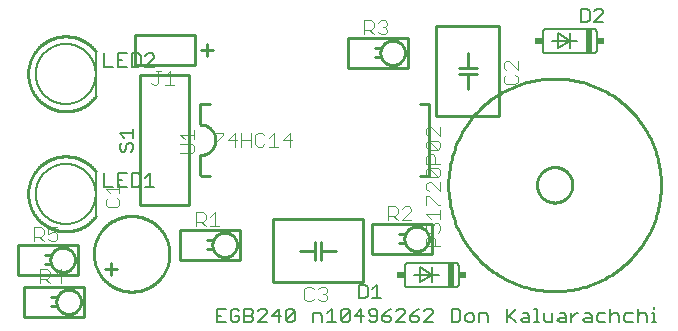
<source format=gto>
G75*
%MOIN*%
%OFA0B0*%
%FSLAX25Y25*%
%IPPOS*%
%LPD*%
%AMOC8*
5,1,8,0,0,1.08239X$1,22.5*
%
%ADD10C,0.00600*%
%ADD11C,0.01000*%
%ADD12C,0.00400*%
%ADD13R,0.02000X0.08000*%
%ADD14R,0.02500X0.02000*%
%ADD15C,0.00500*%
%ADD16C,0.00800*%
D10*
X0079619Y0036846D02*
X0082555Y0036846D01*
X0084223Y0037580D02*
X0084957Y0036846D01*
X0086425Y0036846D01*
X0087159Y0037580D01*
X0087159Y0039048D01*
X0085691Y0039048D01*
X0084223Y0040516D02*
X0084223Y0037580D01*
X0084223Y0040516D02*
X0084957Y0041250D01*
X0086425Y0041250D01*
X0087159Y0040516D01*
X0088827Y0041250D02*
X0091029Y0041250D01*
X0091763Y0040516D01*
X0091763Y0039782D01*
X0091029Y0039048D01*
X0088827Y0039048D01*
X0088827Y0036846D02*
X0091029Y0036846D01*
X0091763Y0037580D01*
X0091763Y0038314D01*
X0091029Y0039048D01*
X0093431Y0040516D02*
X0094165Y0041250D01*
X0095633Y0041250D01*
X0096367Y0040516D01*
X0096367Y0039782D01*
X0093431Y0036846D01*
X0096367Y0036846D01*
X0098035Y0039048D02*
X0100970Y0039048D01*
X0102639Y0037580D02*
X0105574Y0040516D01*
X0105574Y0037580D01*
X0104840Y0036846D01*
X0103372Y0036846D01*
X0102639Y0037580D01*
X0102639Y0040516D01*
X0103372Y0041250D01*
X0104840Y0041250D01*
X0105574Y0040516D01*
X0100236Y0041250D02*
X0100236Y0036846D01*
X0098035Y0039048D02*
X0100236Y0041250D01*
X0088827Y0041250D02*
X0088827Y0036846D01*
X0082555Y0041250D02*
X0079619Y0041250D01*
X0079619Y0036846D01*
X0079619Y0039048D02*
X0081087Y0039048D01*
X0111846Y0039782D02*
X0111846Y0036846D01*
X0114782Y0036846D02*
X0114782Y0039048D01*
X0114048Y0039782D01*
X0111846Y0039782D01*
X0116450Y0039782D02*
X0117918Y0041250D01*
X0117918Y0036846D01*
X0116450Y0036846D02*
X0119386Y0036846D01*
X0121054Y0037580D02*
X0123990Y0040516D01*
X0123990Y0037580D01*
X0123256Y0036846D01*
X0121788Y0036846D01*
X0121054Y0037580D01*
X0121054Y0040516D01*
X0121788Y0041250D01*
X0123256Y0041250D01*
X0123990Y0040516D01*
X0125658Y0039048D02*
X0128594Y0039048D01*
X0130262Y0039782D02*
X0130996Y0039048D01*
X0133198Y0039048D01*
X0133198Y0037580D02*
X0133198Y0040516D01*
X0132464Y0041250D01*
X0130996Y0041250D01*
X0130262Y0040516D01*
X0130262Y0039782D01*
X0130262Y0037580D02*
X0130996Y0036846D01*
X0132464Y0036846D01*
X0133198Y0037580D01*
X0134866Y0037580D02*
X0135600Y0036846D01*
X0137068Y0036846D01*
X0137802Y0037580D01*
X0137802Y0038314D01*
X0137068Y0039048D01*
X0134866Y0039048D01*
X0134866Y0037580D01*
X0134866Y0039048D02*
X0136334Y0040516D01*
X0137802Y0041250D01*
X0139470Y0040516D02*
X0140204Y0041250D01*
X0141672Y0041250D01*
X0142406Y0040516D01*
X0142406Y0039782D01*
X0139470Y0036846D01*
X0142406Y0036846D01*
X0144074Y0037580D02*
X0144808Y0036846D01*
X0146276Y0036846D01*
X0147010Y0037580D01*
X0147010Y0038314D01*
X0146276Y0039048D01*
X0144074Y0039048D01*
X0144074Y0037580D01*
X0144074Y0039048D02*
X0145542Y0040516D01*
X0147010Y0041250D01*
X0148678Y0040516D02*
X0149412Y0041250D01*
X0150880Y0041250D01*
X0151614Y0040516D01*
X0151614Y0039782D01*
X0148678Y0036846D01*
X0151614Y0036846D01*
X0157886Y0036846D02*
X0157886Y0041250D01*
X0160087Y0041250D01*
X0160821Y0040516D01*
X0160821Y0037580D01*
X0160087Y0036846D01*
X0157886Y0036846D01*
X0162490Y0037580D02*
X0163223Y0036846D01*
X0164691Y0036846D01*
X0165425Y0037580D01*
X0165425Y0039048D01*
X0164691Y0039782D01*
X0163223Y0039782D01*
X0162490Y0039048D01*
X0162490Y0037580D01*
X0167093Y0036846D02*
X0167093Y0039782D01*
X0169295Y0039782D01*
X0170029Y0039048D01*
X0170029Y0036846D01*
X0176301Y0036846D02*
X0176301Y0041250D01*
X0176301Y0038314D02*
X0179237Y0041250D01*
X0181639Y0039782D02*
X0183107Y0039782D01*
X0183841Y0039048D01*
X0183841Y0036846D01*
X0181639Y0036846D01*
X0180905Y0037580D01*
X0181639Y0038314D01*
X0183841Y0038314D01*
X0185509Y0036846D02*
X0186977Y0036846D01*
X0186243Y0036846D02*
X0186243Y0041250D01*
X0185509Y0041250D01*
X0188578Y0039782D02*
X0188578Y0037580D01*
X0189312Y0036846D01*
X0191514Y0036846D01*
X0191514Y0039782D01*
X0193916Y0039782D02*
X0195384Y0039782D01*
X0196118Y0039048D01*
X0196118Y0036846D01*
X0193916Y0036846D01*
X0193182Y0037580D01*
X0193916Y0038314D01*
X0196118Y0038314D01*
X0197786Y0038314D02*
X0199254Y0039782D01*
X0199988Y0039782D01*
X0197786Y0039782D02*
X0197786Y0036846D01*
X0201623Y0037580D02*
X0202357Y0036846D01*
X0204559Y0036846D01*
X0204559Y0039048D01*
X0203825Y0039782D01*
X0202357Y0039782D01*
X0202357Y0038314D02*
X0204559Y0038314D01*
X0206227Y0037580D02*
X0206961Y0036846D01*
X0209163Y0036846D01*
X0210831Y0036846D02*
X0210831Y0041250D01*
X0211565Y0039782D02*
X0213033Y0039782D01*
X0213767Y0039048D01*
X0213767Y0036846D01*
X0215435Y0037580D02*
X0216169Y0036846D01*
X0218371Y0036846D01*
X0220039Y0036846D02*
X0220039Y0041250D01*
X0220773Y0039782D02*
X0222240Y0039782D01*
X0222974Y0039048D01*
X0222974Y0036846D01*
X0224643Y0036846D02*
X0226110Y0036846D01*
X0225376Y0036846D02*
X0225376Y0039782D01*
X0224643Y0039782D01*
X0225376Y0041250D02*
X0225376Y0041984D01*
X0220773Y0039782D02*
X0220039Y0039048D01*
X0218371Y0039782D02*
X0216169Y0039782D01*
X0215435Y0039048D01*
X0215435Y0037580D01*
X0211565Y0039782D02*
X0210831Y0039048D01*
X0209163Y0039782D02*
X0206961Y0039782D01*
X0206227Y0039048D01*
X0206227Y0037580D01*
X0202357Y0038314D02*
X0201623Y0037580D01*
X0179237Y0036846D02*
X0177035Y0039048D01*
X0160256Y0049633D02*
X0160256Y0055633D01*
X0160254Y0055693D01*
X0160249Y0055754D01*
X0160240Y0055813D01*
X0160227Y0055872D01*
X0160211Y0055931D01*
X0160191Y0055988D01*
X0160168Y0056043D01*
X0160141Y0056098D01*
X0160112Y0056150D01*
X0160079Y0056201D01*
X0160043Y0056250D01*
X0160005Y0056296D01*
X0159963Y0056340D01*
X0159919Y0056382D01*
X0159873Y0056420D01*
X0159824Y0056456D01*
X0159773Y0056489D01*
X0159721Y0056518D01*
X0159666Y0056545D01*
X0159611Y0056568D01*
X0159554Y0056588D01*
X0159495Y0056604D01*
X0159436Y0056617D01*
X0159377Y0056626D01*
X0159316Y0056631D01*
X0159256Y0056633D01*
X0143256Y0056633D01*
X0143196Y0056631D01*
X0143135Y0056626D01*
X0143076Y0056617D01*
X0143017Y0056604D01*
X0142958Y0056588D01*
X0142901Y0056568D01*
X0142846Y0056545D01*
X0142791Y0056518D01*
X0142739Y0056489D01*
X0142688Y0056456D01*
X0142639Y0056420D01*
X0142593Y0056382D01*
X0142549Y0056340D01*
X0142507Y0056296D01*
X0142469Y0056250D01*
X0142433Y0056201D01*
X0142400Y0056150D01*
X0142371Y0056098D01*
X0142344Y0056043D01*
X0142321Y0055988D01*
X0142301Y0055931D01*
X0142285Y0055872D01*
X0142272Y0055813D01*
X0142263Y0055754D01*
X0142258Y0055693D01*
X0142256Y0055633D01*
X0142256Y0049633D01*
X0142258Y0049573D01*
X0142263Y0049512D01*
X0142272Y0049453D01*
X0142285Y0049394D01*
X0142301Y0049335D01*
X0142321Y0049278D01*
X0142344Y0049223D01*
X0142371Y0049168D01*
X0142400Y0049116D01*
X0142433Y0049065D01*
X0142469Y0049016D01*
X0142507Y0048970D01*
X0142549Y0048926D01*
X0142593Y0048884D01*
X0142639Y0048846D01*
X0142688Y0048810D01*
X0142739Y0048777D01*
X0142791Y0048748D01*
X0142846Y0048721D01*
X0142901Y0048698D01*
X0142958Y0048678D01*
X0143017Y0048662D01*
X0143076Y0048649D01*
X0143135Y0048640D01*
X0143196Y0048635D01*
X0143256Y0048633D01*
X0159256Y0048633D01*
X0159316Y0048635D01*
X0159377Y0048640D01*
X0159436Y0048649D01*
X0159495Y0048662D01*
X0159554Y0048678D01*
X0159611Y0048698D01*
X0159666Y0048721D01*
X0159721Y0048748D01*
X0159773Y0048777D01*
X0159824Y0048810D01*
X0159873Y0048846D01*
X0159919Y0048884D01*
X0159963Y0048926D01*
X0160005Y0048970D01*
X0160043Y0049016D01*
X0160079Y0049065D01*
X0160112Y0049116D01*
X0160141Y0049168D01*
X0160168Y0049223D01*
X0160191Y0049278D01*
X0160211Y0049335D01*
X0160227Y0049394D01*
X0160240Y0049453D01*
X0160249Y0049512D01*
X0160254Y0049573D01*
X0160256Y0049633D01*
X0153756Y0052633D02*
X0151256Y0052633D01*
X0151256Y0055133D01*
X0151256Y0052633D02*
X0147256Y0055133D01*
X0147256Y0050133D01*
X0151256Y0052633D01*
X0151256Y0050133D01*
X0151256Y0052633D02*
X0145256Y0052633D01*
X0127860Y0041250D02*
X0125658Y0039048D01*
X0127860Y0036846D02*
X0127860Y0041250D01*
X0019256Y0079633D02*
X0019259Y0079878D01*
X0019268Y0080124D01*
X0019283Y0080369D01*
X0019304Y0080613D01*
X0019331Y0080857D01*
X0019364Y0081100D01*
X0019403Y0081343D01*
X0019448Y0081584D01*
X0019499Y0081824D01*
X0019556Y0082063D01*
X0019618Y0082300D01*
X0019687Y0082536D01*
X0019761Y0082770D01*
X0019841Y0083002D01*
X0019926Y0083232D01*
X0020017Y0083460D01*
X0020114Y0083685D01*
X0020216Y0083909D01*
X0020324Y0084129D01*
X0020437Y0084347D01*
X0020555Y0084562D01*
X0020679Y0084774D01*
X0020807Y0084983D01*
X0020941Y0085189D01*
X0021080Y0085391D01*
X0021224Y0085590D01*
X0021373Y0085785D01*
X0021526Y0085977D01*
X0021684Y0086165D01*
X0021846Y0086349D01*
X0022014Y0086528D01*
X0022185Y0086704D01*
X0022361Y0086875D01*
X0022540Y0087043D01*
X0022724Y0087205D01*
X0022912Y0087363D01*
X0023104Y0087516D01*
X0023299Y0087665D01*
X0023498Y0087809D01*
X0023700Y0087948D01*
X0023906Y0088082D01*
X0024115Y0088210D01*
X0024327Y0088334D01*
X0024542Y0088452D01*
X0024760Y0088565D01*
X0024980Y0088673D01*
X0025204Y0088775D01*
X0025429Y0088872D01*
X0025657Y0088963D01*
X0025887Y0089048D01*
X0026119Y0089128D01*
X0026353Y0089202D01*
X0026589Y0089271D01*
X0026826Y0089333D01*
X0027065Y0089390D01*
X0027305Y0089441D01*
X0027546Y0089486D01*
X0027789Y0089525D01*
X0028032Y0089558D01*
X0028276Y0089585D01*
X0028520Y0089606D01*
X0028765Y0089621D01*
X0029011Y0089630D01*
X0029256Y0089633D01*
X0029501Y0089630D01*
X0029747Y0089621D01*
X0029992Y0089606D01*
X0030236Y0089585D01*
X0030480Y0089558D01*
X0030723Y0089525D01*
X0030966Y0089486D01*
X0031207Y0089441D01*
X0031447Y0089390D01*
X0031686Y0089333D01*
X0031923Y0089271D01*
X0032159Y0089202D01*
X0032393Y0089128D01*
X0032625Y0089048D01*
X0032855Y0088963D01*
X0033083Y0088872D01*
X0033308Y0088775D01*
X0033532Y0088673D01*
X0033752Y0088565D01*
X0033970Y0088452D01*
X0034185Y0088334D01*
X0034397Y0088210D01*
X0034606Y0088082D01*
X0034812Y0087948D01*
X0035014Y0087809D01*
X0035213Y0087665D01*
X0035408Y0087516D01*
X0035600Y0087363D01*
X0035788Y0087205D01*
X0035972Y0087043D01*
X0036151Y0086875D01*
X0036327Y0086704D01*
X0036498Y0086528D01*
X0036666Y0086349D01*
X0036828Y0086165D01*
X0036986Y0085977D01*
X0037139Y0085785D01*
X0037288Y0085590D01*
X0037432Y0085391D01*
X0037571Y0085189D01*
X0037705Y0084983D01*
X0037833Y0084774D01*
X0037957Y0084562D01*
X0038075Y0084347D01*
X0038188Y0084129D01*
X0038296Y0083909D01*
X0038398Y0083685D01*
X0038495Y0083460D01*
X0038586Y0083232D01*
X0038671Y0083002D01*
X0038751Y0082770D01*
X0038825Y0082536D01*
X0038894Y0082300D01*
X0038956Y0082063D01*
X0039013Y0081824D01*
X0039064Y0081584D01*
X0039109Y0081343D01*
X0039148Y0081100D01*
X0039181Y0080857D01*
X0039208Y0080613D01*
X0039229Y0080369D01*
X0039244Y0080124D01*
X0039253Y0079878D01*
X0039256Y0079633D01*
X0039253Y0079388D01*
X0039244Y0079142D01*
X0039229Y0078897D01*
X0039208Y0078653D01*
X0039181Y0078409D01*
X0039148Y0078166D01*
X0039109Y0077923D01*
X0039064Y0077682D01*
X0039013Y0077442D01*
X0038956Y0077203D01*
X0038894Y0076966D01*
X0038825Y0076730D01*
X0038751Y0076496D01*
X0038671Y0076264D01*
X0038586Y0076034D01*
X0038495Y0075806D01*
X0038398Y0075581D01*
X0038296Y0075357D01*
X0038188Y0075137D01*
X0038075Y0074919D01*
X0037957Y0074704D01*
X0037833Y0074492D01*
X0037705Y0074283D01*
X0037571Y0074077D01*
X0037432Y0073875D01*
X0037288Y0073676D01*
X0037139Y0073481D01*
X0036986Y0073289D01*
X0036828Y0073101D01*
X0036666Y0072917D01*
X0036498Y0072738D01*
X0036327Y0072562D01*
X0036151Y0072391D01*
X0035972Y0072223D01*
X0035788Y0072061D01*
X0035600Y0071903D01*
X0035408Y0071750D01*
X0035213Y0071601D01*
X0035014Y0071457D01*
X0034812Y0071318D01*
X0034606Y0071184D01*
X0034397Y0071056D01*
X0034185Y0070932D01*
X0033970Y0070814D01*
X0033752Y0070701D01*
X0033532Y0070593D01*
X0033308Y0070491D01*
X0033083Y0070394D01*
X0032855Y0070303D01*
X0032625Y0070218D01*
X0032393Y0070138D01*
X0032159Y0070064D01*
X0031923Y0069995D01*
X0031686Y0069933D01*
X0031447Y0069876D01*
X0031207Y0069825D01*
X0030966Y0069780D01*
X0030723Y0069741D01*
X0030480Y0069708D01*
X0030236Y0069681D01*
X0029992Y0069660D01*
X0029747Y0069645D01*
X0029501Y0069636D01*
X0029256Y0069633D01*
X0029011Y0069636D01*
X0028765Y0069645D01*
X0028520Y0069660D01*
X0028276Y0069681D01*
X0028032Y0069708D01*
X0027789Y0069741D01*
X0027546Y0069780D01*
X0027305Y0069825D01*
X0027065Y0069876D01*
X0026826Y0069933D01*
X0026589Y0069995D01*
X0026353Y0070064D01*
X0026119Y0070138D01*
X0025887Y0070218D01*
X0025657Y0070303D01*
X0025429Y0070394D01*
X0025204Y0070491D01*
X0024980Y0070593D01*
X0024760Y0070701D01*
X0024542Y0070814D01*
X0024327Y0070932D01*
X0024115Y0071056D01*
X0023906Y0071184D01*
X0023700Y0071318D01*
X0023498Y0071457D01*
X0023299Y0071601D01*
X0023104Y0071750D01*
X0022912Y0071903D01*
X0022724Y0072061D01*
X0022540Y0072223D01*
X0022361Y0072391D01*
X0022185Y0072562D01*
X0022014Y0072738D01*
X0021846Y0072917D01*
X0021684Y0073101D01*
X0021526Y0073289D01*
X0021373Y0073481D01*
X0021224Y0073676D01*
X0021080Y0073875D01*
X0020941Y0074077D01*
X0020807Y0074283D01*
X0020679Y0074492D01*
X0020555Y0074704D01*
X0020437Y0074919D01*
X0020324Y0075137D01*
X0020216Y0075357D01*
X0020114Y0075581D01*
X0020017Y0075806D01*
X0019926Y0076034D01*
X0019841Y0076264D01*
X0019761Y0076496D01*
X0019687Y0076730D01*
X0019618Y0076966D01*
X0019556Y0077203D01*
X0019499Y0077442D01*
X0019448Y0077682D01*
X0019403Y0077923D01*
X0019364Y0078166D01*
X0019331Y0078409D01*
X0019304Y0078653D01*
X0019283Y0078897D01*
X0019268Y0079142D01*
X0019259Y0079388D01*
X0019256Y0079633D01*
X0019256Y0119633D02*
X0019259Y0119878D01*
X0019268Y0120124D01*
X0019283Y0120369D01*
X0019304Y0120613D01*
X0019331Y0120857D01*
X0019364Y0121100D01*
X0019403Y0121343D01*
X0019448Y0121584D01*
X0019499Y0121824D01*
X0019556Y0122063D01*
X0019618Y0122300D01*
X0019687Y0122536D01*
X0019761Y0122770D01*
X0019841Y0123002D01*
X0019926Y0123232D01*
X0020017Y0123460D01*
X0020114Y0123685D01*
X0020216Y0123909D01*
X0020324Y0124129D01*
X0020437Y0124347D01*
X0020555Y0124562D01*
X0020679Y0124774D01*
X0020807Y0124983D01*
X0020941Y0125189D01*
X0021080Y0125391D01*
X0021224Y0125590D01*
X0021373Y0125785D01*
X0021526Y0125977D01*
X0021684Y0126165D01*
X0021846Y0126349D01*
X0022014Y0126528D01*
X0022185Y0126704D01*
X0022361Y0126875D01*
X0022540Y0127043D01*
X0022724Y0127205D01*
X0022912Y0127363D01*
X0023104Y0127516D01*
X0023299Y0127665D01*
X0023498Y0127809D01*
X0023700Y0127948D01*
X0023906Y0128082D01*
X0024115Y0128210D01*
X0024327Y0128334D01*
X0024542Y0128452D01*
X0024760Y0128565D01*
X0024980Y0128673D01*
X0025204Y0128775D01*
X0025429Y0128872D01*
X0025657Y0128963D01*
X0025887Y0129048D01*
X0026119Y0129128D01*
X0026353Y0129202D01*
X0026589Y0129271D01*
X0026826Y0129333D01*
X0027065Y0129390D01*
X0027305Y0129441D01*
X0027546Y0129486D01*
X0027789Y0129525D01*
X0028032Y0129558D01*
X0028276Y0129585D01*
X0028520Y0129606D01*
X0028765Y0129621D01*
X0029011Y0129630D01*
X0029256Y0129633D01*
X0029501Y0129630D01*
X0029747Y0129621D01*
X0029992Y0129606D01*
X0030236Y0129585D01*
X0030480Y0129558D01*
X0030723Y0129525D01*
X0030966Y0129486D01*
X0031207Y0129441D01*
X0031447Y0129390D01*
X0031686Y0129333D01*
X0031923Y0129271D01*
X0032159Y0129202D01*
X0032393Y0129128D01*
X0032625Y0129048D01*
X0032855Y0128963D01*
X0033083Y0128872D01*
X0033308Y0128775D01*
X0033532Y0128673D01*
X0033752Y0128565D01*
X0033970Y0128452D01*
X0034185Y0128334D01*
X0034397Y0128210D01*
X0034606Y0128082D01*
X0034812Y0127948D01*
X0035014Y0127809D01*
X0035213Y0127665D01*
X0035408Y0127516D01*
X0035600Y0127363D01*
X0035788Y0127205D01*
X0035972Y0127043D01*
X0036151Y0126875D01*
X0036327Y0126704D01*
X0036498Y0126528D01*
X0036666Y0126349D01*
X0036828Y0126165D01*
X0036986Y0125977D01*
X0037139Y0125785D01*
X0037288Y0125590D01*
X0037432Y0125391D01*
X0037571Y0125189D01*
X0037705Y0124983D01*
X0037833Y0124774D01*
X0037957Y0124562D01*
X0038075Y0124347D01*
X0038188Y0124129D01*
X0038296Y0123909D01*
X0038398Y0123685D01*
X0038495Y0123460D01*
X0038586Y0123232D01*
X0038671Y0123002D01*
X0038751Y0122770D01*
X0038825Y0122536D01*
X0038894Y0122300D01*
X0038956Y0122063D01*
X0039013Y0121824D01*
X0039064Y0121584D01*
X0039109Y0121343D01*
X0039148Y0121100D01*
X0039181Y0120857D01*
X0039208Y0120613D01*
X0039229Y0120369D01*
X0039244Y0120124D01*
X0039253Y0119878D01*
X0039256Y0119633D01*
X0039253Y0119388D01*
X0039244Y0119142D01*
X0039229Y0118897D01*
X0039208Y0118653D01*
X0039181Y0118409D01*
X0039148Y0118166D01*
X0039109Y0117923D01*
X0039064Y0117682D01*
X0039013Y0117442D01*
X0038956Y0117203D01*
X0038894Y0116966D01*
X0038825Y0116730D01*
X0038751Y0116496D01*
X0038671Y0116264D01*
X0038586Y0116034D01*
X0038495Y0115806D01*
X0038398Y0115581D01*
X0038296Y0115357D01*
X0038188Y0115137D01*
X0038075Y0114919D01*
X0037957Y0114704D01*
X0037833Y0114492D01*
X0037705Y0114283D01*
X0037571Y0114077D01*
X0037432Y0113875D01*
X0037288Y0113676D01*
X0037139Y0113481D01*
X0036986Y0113289D01*
X0036828Y0113101D01*
X0036666Y0112917D01*
X0036498Y0112738D01*
X0036327Y0112562D01*
X0036151Y0112391D01*
X0035972Y0112223D01*
X0035788Y0112061D01*
X0035600Y0111903D01*
X0035408Y0111750D01*
X0035213Y0111601D01*
X0035014Y0111457D01*
X0034812Y0111318D01*
X0034606Y0111184D01*
X0034397Y0111056D01*
X0034185Y0110932D01*
X0033970Y0110814D01*
X0033752Y0110701D01*
X0033532Y0110593D01*
X0033308Y0110491D01*
X0033083Y0110394D01*
X0032855Y0110303D01*
X0032625Y0110218D01*
X0032393Y0110138D01*
X0032159Y0110064D01*
X0031923Y0109995D01*
X0031686Y0109933D01*
X0031447Y0109876D01*
X0031207Y0109825D01*
X0030966Y0109780D01*
X0030723Y0109741D01*
X0030480Y0109708D01*
X0030236Y0109681D01*
X0029992Y0109660D01*
X0029747Y0109645D01*
X0029501Y0109636D01*
X0029256Y0109633D01*
X0029011Y0109636D01*
X0028765Y0109645D01*
X0028520Y0109660D01*
X0028276Y0109681D01*
X0028032Y0109708D01*
X0027789Y0109741D01*
X0027546Y0109780D01*
X0027305Y0109825D01*
X0027065Y0109876D01*
X0026826Y0109933D01*
X0026589Y0109995D01*
X0026353Y0110064D01*
X0026119Y0110138D01*
X0025887Y0110218D01*
X0025657Y0110303D01*
X0025429Y0110394D01*
X0025204Y0110491D01*
X0024980Y0110593D01*
X0024760Y0110701D01*
X0024542Y0110814D01*
X0024327Y0110932D01*
X0024115Y0111056D01*
X0023906Y0111184D01*
X0023700Y0111318D01*
X0023498Y0111457D01*
X0023299Y0111601D01*
X0023104Y0111750D01*
X0022912Y0111903D01*
X0022724Y0112061D01*
X0022540Y0112223D01*
X0022361Y0112391D01*
X0022185Y0112562D01*
X0022014Y0112738D01*
X0021846Y0112917D01*
X0021684Y0113101D01*
X0021526Y0113289D01*
X0021373Y0113481D01*
X0021224Y0113676D01*
X0021080Y0113875D01*
X0020941Y0114077D01*
X0020807Y0114283D01*
X0020679Y0114492D01*
X0020555Y0114704D01*
X0020437Y0114919D01*
X0020324Y0115137D01*
X0020216Y0115357D01*
X0020114Y0115581D01*
X0020017Y0115806D01*
X0019926Y0116034D01*
X0019841Y0116264D01*
X0019761Y0116496D01*
X0019687Y0116730D01*
X0019618Y0116966D01*
X0019556Y0117203D01*
X0019499Y0117442D01*
X0019448Y0117682D01*
X0019403Y0117923D01*
X0019364Y0118166D01*
X0019331Y0118409D01*
X0019304Y0118653D01*
X0019283Y0118897D01*
X0019268Y0119142D01*
X0019259Y0119388D01*
X0019256Y0119633D01*
X0188256Y0127633D02*
X0188256Y0133633D01*
X0188258Y0133693D01*
X0188263Y0133754D01*
X0188272Y0133813D01*
X0188285Y0133872D01*
X0188301Y0133931D01*
X0188321Y0133988D01*
X0188344Y0134043D01*
X0188371Y0134098D01*
X0188400Y0134150D01*
X0188433Y0134201D01*
X0188469Y0134250D01*
X0188507Y0134296D01*
X0188549Y0134340D01*
X0188593Y0134382D01*
X0188639Y0134420D01*
X0188688Y0134456D01*
X0188739Y0134489D01*
X0188791Y0134518D01*
X0188846Y0134545D01*
X0188901Y0134568D01*
X0188958Y0134588D01*
X0189017Y0134604D01*
X0189076Y0134617D01*
X0189135Y0134626D01*
X0189196Y0134631D01*
X0189256Y0134633D01*
X0205256Y0134633D01*
X0205316Y0134631D01*
X0205377Y0134626D01*
X0205436Y0134617D01*
X0205495Y0134604D01*
X0205554Y0134588D01*
X0205611Y0134568D01*
X0205666Y0134545D01*
X0205721Y0134518D01*
X0205773Y0134489D01*
X0205824Y0134456D01*
X0205873Y0134420D01*
X0205919Y0134382D01*
X0205963Y0134340D01*
X0206005Y0134296D01*
X0206043Y0134250D01*
X0206079Y0134201D01*
X0206112Y0134150D01*
X0206141Y0134098D01*
X0206168Y0134043D01*
X0206191Y0133988D01*
X0206211Y0133931D01*
X0206227Y0133872D01*
X0206240Y0133813D01*
X0206249Y0133754D01*
X0206254Y0133693D01*
X0206256Y0133633D01*
X0206256Y0127633D01*
X0206254Y0127573D01*
X0206249Y0127512D01*
X0206240Y0127453D01*
X0206227Y0127394D01*
X0206211Y0127335D01*
X0206191Y0127278D01*
X0206168Y0127223D01*
X0206141Y0127168D01*
X0206112Y0127116D01*
X0206079Y0127065D01*
X0206043Y0127016D01*
X0206005Y0126970D01*
X0205963Y0126926D01*
X0205919Y0126884D01*
X0205873Y0126846D01*
X0205824Y0126810D01*
X0205773Y0126777D01*
X0205721Y0126748D01*
X0205666Y0126721D01*
X0205611Y0126698D01*
X0205554Y0126678D01*
X0205495Y0126662D01*
X0205436Y0126649D01*
X0205377Y0126640D01*
X0205316Y0126635D01*
X0205256Y0126633D01*
X0189256Y0126633D01*
X0189196Y0126635D01*
X0189135Y0126640D01*
X0189076Y0126649D01*
X0189017Y0126662D01*
X0188958Y0126678D01*
X0188901Y0126698D01*
X0188846Y0126721D01*
X0188791Y0126748D01*
X0188739Y0126777D01*
X0188688Y0126810D01*
X0188639Y0126846D01*
X0188593Y0126884D01*
X0188549Y0126926D01*
X0188507Y0126970D01*
X0188469Y0127016D01*
X0188433Y0127065D01*
X0188400Y0127116D01*
X0188371Y0127168D01*
X0188344Y0127223D01*
X0188321Y0127278D01*
X0188301Y0127335D01*
X0188285Y0127394D01*
X0188272Y0127453D01*
X0188263Y0127512D01*
X0188258Y0127573D01*
X0188256Y0127633D01*
X0191256Y0130633D02*
X0197256Y0130633D01*
X0197256Y0133133D01*
X0197256Y0130633D02*
X0197256Y0128133D01*
X0197256Y0130633D02*
X0193256Y0128133D01*
X0193256Y0133133D01*
X0197256Y0130633D01*
X0199756Y0130633D01*
D11*
X0015256Y0048633D02*
X0015256Y0038633D01*
X0035256Y0038633D01*
X0035256Y0048633D01*
X0015256Y0048633D01*
X0013256Y0052633D02*
X0013256Y0062633D01*
X0033256Y0062633D01*
X0033256Y0052633D01*
X0013256Y0052633D01*
X0022256Y0056133D02*
X0024256Y0056133D01*
X0024156Y0057633D02*
X0024158Y0057761D01*
X0024164Y0057888D01*
X0024174Y0058015D01*
X0024188Y0058142D01*
X0024205Y0058268D01*
X0024227Y0058394D01*
X0024253Y0058519D01*
X0024282Y0058643D01*
X0024316Y0058766D01*
X0024353Y0058888D01*
X0024394Y0059009D01*
X0024438Y0059128D01*
X0024487Y0059246D01*
X0024539Y0059363D01*
X0024594Y0059477D01*
X0024653Y0059590D01*
X0024716Y0059701D01*
X0024782Y0059810D01*
X0024851Y0059917D01*
X0024924Y0060022D01*
X0025000Y0060125D01*
X0025079Y0060225D01*
X0025161Y0060322D01*
X0025246Y0060417D01*
X0025334Y0060510D01*
X0025425Y0060599D01*
X0025519Y0060686D01*
X0025615Y0060769D01*
X0025714Y0060850D01*
X0025815Y0060927D01*
X0025919Y0061002D01*
X0026025Y0061073D01*
X0026133Y0061140D01*
X0026243Y0061205D01*
X0026355Y0061266D01*
X0026469Y0061323D01*
X0026584Y0061377D01*
X0026702Y0061427D01*
X0026820Y0061473D01*
X0026941Y0061516D01*
X0027062Y0061555D01*
X0027185Y0061591D01*
X0027308Y0061622D01*
X0027433Y0061649D01*
X0027558Y0061673D01*
X0027684Y0061693D01*
X0027811Y0061709D01*
X0027937Y0061721D01*
X0028065Y0061729D01*
X0028192Y0061733D01*
X0028320Y0061733D01*
X0028447Y0061729D01*
X0028575Y0061721D01*
X0028701Y0061709D01*
X0028828Y0061693D01*
X0028954Y0061673D01*
X0029079Y0061649D01*
X0029204Y0061622D01*
X0029327Y0061591D01*
X0029450Y0061555D01*
X0029571Y0061516D01*
X0029692Y0061473D01*
X0029810Y0061427D01*
X0029928Y0061377D01*
X0030043Y0061323D01*
X0030157Y0061266D01*
X0030269Y0061205D01*
X0030379Y0061140D01*
X0030487Y0061073D01*
X0030593Y0061002D01*
X0030697Y0060927D01*
X0030798Y0060850D01*
X0030897Y0060769D01*
X0030993Y0060686D01*
X0031087Y0060599D01*
X0031178Y0060510D01*
X0031266Y0060417D01*
X0031351Y0060322D01*
X0031433Y0060225D01*
X0031512Y0060125D01*
X0031588Y0060022D01*
X0031661Y0059917D01*
X0031730Y0059810D01*
X0031796Y0059701D01*
X0031859Y0059590D01*
X0031918Y0059477D01*
X0031973Y0059363D01*
X0032025Y0059246D01*
X0032074Y0059128D01*
X0032118Y0059009D01*
X0032159Y0058888D01*
X0032196Y0058766D01*
X0032230Y0058643D01*
X0032259Y0058519D01*
X0032285Y0058394D01*
X0032307Y0058268D01*
X0032324Y0058142D01*
X0032338Y0058015D01*
X0032348Y0057888D01*
X0032354Y0057761D01*
X0032356Y0057633D01*
X0032354Y0057505D01*
X0032348Y0057378D01*
X0032338Y0057251D01*
X0032324Y0057124D01*
X0032307Y0056998D01*
X0032285Y0056872D01*
X0032259Y0056747D01*
X0032230Y0056623D01*
X0032196Y0056500D01*
X0032159Y0056378D01*
X0032118Y0056257D01*
X0032074Y0056138D01*
X0032025Y0056020D01*
X0031973Y0055903D01*
X0031918Y0055789D01*
X0031859Y0055676D01*
X0031796Y0055565D01*
X0031730Y0055456D01*
X0031661Y0055349D01*
X0031588Y0055244D01*
X0031512Y0055141D01*
X0031433Y0055041D01*
X0031351Y0054944D01*
X0031266Y0054849D01*
X0031178Y0054756D01*
X0031087Y0054667D01*
X0030993Y0054580D01*
X0030897Y0054497D01*
X0030798Y0054416D01*
X0030697Y0054339D01*
X0030593Y0054264D01*
X0030487Y0054193D01*
X0030379Y0054126D01*
X0030269Y0054061D01*
X0030157Y0054000D01*
X0030043Y0053943D01*
X0029928Y0053889D01*
X0029810Y0053839D01*
X0029692Y0053793D01*
X0029571Y0053750D01*
X0029450Y0053711D01*
X0029327Y0053675D01*
X0029204Y0053644D01*
X0029079Y0053617D01*
X0028954Y0053593D01*
X0028828Y0053573D01*
X0028701Y0053557D01*
X0028575Y0053545D01*
X0028447Y0053537D01*
X0028320Y0053533D01*
X0028192Y0053533D01*
X0028065Y0053537D01*
X0027937Y0053545D01*
X0027811Y0053557D01*
X0027684Y0053573D01*
X0027558Y0053593D01*
X0027433Y0053617D01*
X0027308Y0053644D01*
X0027185Y0053675D01*
X0027062Y0053711D01*
X0026941Y0053750D01*
X0026820Y0053793D01*
X0026702Y0053839D01*
X0026584Y0053889D01*
X0026469Y0053943D01*
X0026355Y0054000D01*
X0026243Y0054061D01*
X0026133Y0054126D01*
X0026025Y0054193D01*
X0025919Y0054264D01*
X0025815Y0054339D01*
X0025714Y0054416D01*
X0025615Y0054497D01*
X0025519Y0054580D01*
X0025425Y0054667D01*
X0025334Y0054756D01*
X0025246Y0054849D01*
X0025161Y0054944D01*
X0025079Y0055041D01*
X0025000Y0055141D01*
X0024924Y0055244D01*
X0024851Y0055349D01*
X0024782Y0055456D01*
X0024716Y0055565D01*
X0024653Y0055676D01*
X0024594Y0055789D01*
X0024539Y0055903D01*
X0024487Y0056020D01*
X0024438Y0056138D01*
X0024394Y0056257D01*
X0024353Y0056378D01*
X0024316Y0056500D01*
X0024282Y0056623D01*
X0024253Y0056747D01*
X0024227Y0056872D01*
X0024205Y0056998D01*
X0024188Y0057124D01*
X0024174Y0057251D01*
X0024164Y0057378D01*
X0024158Y0057505D01*
X0024156Y0057633D01*
X0024256Y0059133D02*
X0022256Y0059133D01*
X0024256Y0045133D02*
X0026256Y0045133D01*
X0026156Y0043633D02*
X0026158Y0043761D01*
X0026164Y0043888D01*
X0026174Y0044015D01*
X0026188Y0044142D01*
X0026205Y0044268D01*
X0026227Y0044394D01*
X0026253Y0044519D01*
X0026282Y0044643D01*
X0026316Y0044766D01*
X0026353Y0044888D01*
X0026394Y0045009D01*
X0026438Y0045128D01*
X0026487Y0045246D01*
X0026539Y0045363D01*
X0026594Y0045477D01*
X0026653Y0045590D01*
X0026716Y0045701D01*
X0026782Y0045810D01*
X0026851Y0045917D01*
X0026924Y0046022D01*
X0027000Y0046125D01*
X0027079Y0046225D01*
X0027161Y0046322D01*
X0027246Y0046417D01*
X0027334Y0046510D01*
X0027425Y0046599D01*
X0027519Y0046686D01*
X0027615Y0046769D01*
X0027714Y0046850D01*
X0027815Y0046927D01*
X0027919Y0047002D01*
X0028025Y0047073D01*
X0028133Y0047140D01*
X0028243Y0047205D01*
X0028355Y0047266D01*
X0028469Y0047323D01*
X0028584Y0047377D01*
X0028702Y0047427D01*
X0028820Y0047473D01*
X0028941Y0047516D01*
X0029062Y0047555D01*
X0029185Y0047591D01*
X0029308Y0047622D01*
X0029433Y0047649D01*
X0029558Y0047673D01*
X0029684Y0047693D01*
X0029811Y0047709D01*
X0029937Y0047721D01*
X0030065Y0047729D01*
X0030192Y0047733D01*
X0030320Y0047733D01*
X0030447Y0047729D01*
X0030575Y0047721D01*
X0030701Y0047709D01*
X0030828Y0047693D01*
X0030954Y0047673D01*
X0031079Y0047649D01*
X0031204Y0047622D01*
X0031327Y0047591D01*
X0031450Y0047555D01*
X0031571Y0047516D01*
X0031692Y0047473D01*
X0031810Y0047427D01*
X0031928Y0047377D01*
X0032043Y0047323D01*
X0032157Y0047266D01*
X0032269Y0047205D01*
X0032379Y0047140D01*
X0032487Y0047073D01*
X0032593Y0047002D01*
X0032697Y0046927D01*
X0032798Y0046850D01*
X0032897Y0046769D01*
X0032993Y0046686D01*
X0033087Y0046599D01*
X0033178Y0046510D01*
X0033266Y0046417D01*
X0033351Y0046322D01*
X0033433Y0046225D01*
X0033512Y0046125D01*
X0033588Y0046022D01*
X0033661Y0045917D01*
X0033730Y0045810D01*
X0033796Y0045701D01*
X0033859Y0045590D01*
X0033918Y0045477D01*
X0033973Y0045363D01*
X0034025Y0045246D01*
X0034074Y0045128D01*
X0034118Y0045009D01*
X0034159Y0044888D01*
X0034196Y0044766D01*
X0034230Y0044643D01*
X0034259Y0044519D01*
X0034285Y0044394D01*
X0034307Y0044268D01*
X0034324Y0044142D01*
X0034338Y0044015D01*
X0034348Y0043888D01*
X0034354Y0043761D01*
X0034356Y0043633D01*
X0034354Y0043505D01*
X0034348Y0043378D01*
X0034338Y0043251D01*
X0034324Y0043124D01*
X0034307Y0042998D01*
X0034285Y0042872D01*
X0034259Y0042747D01*
X0034230Y0042623D01*
X0034196Y0042500D01*
X0034159Y0042378D01*
X0034118Y0042257D01*
X0034074Y0042138D01*
X0034025Y0042020D01*
X0033973Y0041903D01*
X0033918Y0041789D01*
X0033859Y0041676D01*
X0033796Y0041565D01*
X0033730Y0041456D01*
X0033661Y0041349D01*
X0033588Y0041244D01*
X0033512Y0041141D01*
X0033433Y0041041D01*
X0033351Y0040944D01*
X0033266Y0040849D01*
X0033178Y0040756D01*
X0033087Y0040667D01*
X0032993Y0040580D01*
X0032897Y0040497D01*
X0032798Y0040416D01*
X0032697Y0040339D01*
X0032593Y0040264D01*
X0032487Y0040193D01*
X0032379Y0040126D01*
X0032269Y0040061D01*
X0032157Y0040000D01*
X0032043Y0039943D01*
X0031928Y0039889D01*
X0031810Y0039839D01*
X0031692Y0039793D01*
X0031571Y0039750D01*
X0031450Y0039711D01*
X0031327Y0039675D01*
X0031204Y0039644D01*
X0031079Y0039617D01*
X0030954Y0039593D01*
X0030828Y0039573D01*
X0030701Y0039557D01*
X0030575Y0039545D01*
X0030447Y0039537D01*
X0030320Y0039533D01*
X0030192Y0039533D01*
X0030065Y0039537D01*
X0029937Y0039545D01*
X0029811Y0039557D01*
X0029684Y0039573D01*
X0029558Y0039593D01*
X0029433Y0039617D01*
X0029308Y0039644D01*
X0029185Y0039675D01*
X0029062Y0039711D01*
X0028941Y0039750D01*
X0028820Y0039793D01*
X0028702Y0039839D01*
X0028584Y0039889D01*
X0028469Y0039943D01*
X0028355Y0040000D01*
X0028243Y0040061D01*
X0028133Y0040126D01*
X0028025Y0040193D01*
X0027919Y0040264D01*
X0027815Y0040339D01*
X0027714Y0040416D01*
X0027615Y0040497D01*
X0027519Y0040580D01*
X0027425Y0040667D01*
X0027334Y0040756D01*
X0027246Y0040849D01*
X0027161Y0040944D01*
X0027079Y0041041D01*
X0027000Y0041141D01*
X0026924Y0041244D01*
X0026851Y0041349D01*
X0026782Y0041456D01*
X0026716Y0041565D01*
X0026653Y0041676D01*
X0026594Y0041789D01*
X0026539Y0041903D01*
X0026487Y0042020D01*
X0026438Y0042138D01*
X0026394Y0042257D01*
X0026353Y0042378D01*
X0026316Y0042500D01*
X0026282Y0042623D01*
X0026253Y0042747D01*
X0026227Y0042872D01*
X0026205Y0042998D01*
X0026188Y0043124D01*
X0026174Y0043251D01*
X0026164Y0043378D01*
X0026158Y0043505D01*
X0026156Y0043633D01*
X0026256Y0042133D02*
X0024256Y0042133D01*
X0042256Y0054633D02*
X0046256Y0054633D01*
X0044256Y0052633D02*
X0044256Y0056633D01*
X0038658Y0059633D02*
X0038662Y0059942D01*
X0038673Y0060251D01*
X0038692Y0060560D01*
X0038719Y0060868D01*
X0038753Y0061175D01*
X0038794Y0061482D01*
X0038843Y0061787D01*
X0038900Y0062091D01*
X0038964Y0062393D01*
X0039036Y0062694D01*
X0039114Y0062993D01*
X0039200Y0063290D01*
X0039294Y0063585D01*
X0039394Y0063877D01*
X0039502Y0064167D01*
X0039617Y0064454D01*
X0039739Y0064738D01*
X0039868Y0065019D01*
X0040003Y0065297D01*
X0040146Y0065572D01*
X0040295Y0065843D01*
X0040450Y0066110D01*
X0040613Y0066373D01*
X0040781Y0066632D01*
X0040956Y0066887D01*
X0041137Y0067138D01*
X0041324Y0067384D01*
X0041518Y0067625D01*
X0041717Y0067862D01*
X0041921Y0068093D01*
X0042132Y0068320D01*
X0042348Y0068541D01*
X0042569Y0068757D01*
X0042796Y0068968D01*
X0043027Y0069172D01*
X0043264Y0069371D01*
X0043505Y0069565D01*
X0043751Y0069752D01*
X0044002Y0069933D01*
X0044257Y0070108D01*
X0044516Y0070276D01*
X0044779Y0070439D01*
X0045046Y0070594D01*
X0045317Y0070743D01*
X0045592Y0070886D01*
X0045870Y0071021D01*
X0046151Y0071150D01*
X0046435Y0071272D01*
X0046722Y0071387D01*
X0047012Y0071495D01*
X0047304Y0071595D01*
X0047599Y0071689D01*
X0047896Y0071775D01*
X0048195Y0071853D01*
X0048496Y0071925D01*
X0048798Y0071989D01*
X0049102Y0072046D01*
X0049407Y0072095D01*
X0049714Y0072136D01*
X0050021Y0072170D01*
X0050329Y0072197D01*
X0050638Y0072216D01*
X0050947Y0072227D01*
X0051256Y0072231D01*
X0051565Y0072227D01*
X0051874Y0072216D01*
X0052183Y0072197D01*
X0052491Y0072170D01*
X0052798Y0072136D01*
X0053105Y0072095D01*
X0053410Y0072046D01*
X0053714Y0071989D01*
X0054016Y0071925D01*
X0054317Y0071853D01*
X0054616Y0071775D01*
X0054913Y0071689D01*
X0055208Y0071595D01*
X0055500Y0071495D01*
X0055790Y0071387D01*
X0056077Y0071272D01*
X0056361Y0071150D01*
X0056642Y0071021D01*
X0056920Y0070886D01*
X0057195Y0070743D01*
X0057466Y0070594D01*
X0057733Y0070439D01*
X0057996Y0070276D01*
X0058255Y0070108D01*
X0058510Y0069933D01*
X0058761Y0069752D01*
X0059007Y0069565D01*
X0059248Y0069371D01*
X0059485Y0069172D01*
X0059716Y0068968D01*
X0059943Y0068757D01*
X0060164Y0068541D01*
X0060380Y0068320D01*
X0060591Y0068093D01*
X0060795Y0067862D01*
X0060994Y0067625D01*
X0061188Y0067384D01*
X0061375Y0067138D01*
X0061556Y0066887D01*
X0061731Y0066632D01*
X0061899Y0066373D01*
X0062062Y0066110D01*
X0062217Y0065843D01*
X0062366Y0065572D01*
X0062509Y0065297D01*
X0062644Y0065019D01*
X0062773Y0064738D01*
X0062895Y0064454D01*
X0063010Y0064167D01*
X0063118Y0063877D01*
X0063218Y0063585D01*
X0063312Y0063290D01*
X0063398Y0062993D01*
X0063476Y0062694D01*
X0063548Y0062393D01*
X0063612Y0062091D01*
X0063669Y0061787D01*
X0063718Y0061482D01*
X0063759Y0061175D01*
X0063793Y0060868D01*
X0063820Y0060560D01*
X0063839Y0060251D01*
X0063850Y0059942D01*
X0063854Y0059633D01*
X0063850Y0059324D01*
X0063839Y0059015D01*
X0063820Y0058706D01*
X0063793Y0058398D01*
X0063759Y0058091D01*
X0063718Y0057784D01*
X0063669Y0057479D01*
X0063612Y0057175D01*
X0063548Y0056873D01*
X0063476Y0056572D01*
X0063398Y0056273D01*
X0063312Y0055976D01*
X0063218Y0055681D01*
X0063118Y0055389D01*
X0063010Y0055099D01*
X0062895Y0054812D01*
X0062773Y0054528D01*
X0062644Y0054247D01*
X0062509Y0053969D01*
X0062366Y0053694D01*
X0062217Y0053423D01*
X0062062Y0053156D01*
X0061899Y0052893D01*
X0061731Y0052634D01*
X0061556Y0052379D01*
X0061375Y0052128D01*
X0061188Y0051882D01*
X0060994Y0051641D01*
X0060795Y0051404D01*
X0060591Y0051173D01*
X0060380Y0050946D01*
X0060164Y0050725D01*
X0059943Y0050509D01*
X0059716Y0050298D01*
X0059485Y0050094D01*
X0059248Y0049895D01*
X0059007Y0049701D01*
X0058761Y0049514D01*
X0058510Y0049333D01*
X0058255Y0049158D01*
X0057996Y0048990D01*
X0057733Y0048827D01*
X0057466Y0048672D01*
X0057195Y0048523D01*
X0056920Y0048380D01*
X0056642Y0048245D01*
X0056361Y0048116D01*
X0056077Y0047994D01*
X0055790Y0047879D01*
X0055500Y0047771D01*
X0055208Y0047671D01*
X0054913Y0047577D01*
X0054616Y0047491D01*
X0054317Y0047413D01*
X0054016Y0047341D01*
X0053714Y0047277D01*
X0053410Y0047220D01*
X0053105Y0047171D01*
X0052798Y0047130D01*
X0052491Y0047096D01*
X0052183Y0047069D01*
X0051874Y0047050D01*
X0051565Y0047039D01*
X0051256Y0047035D01*
X0050947Y0047039D01*
X0050638Y0047050D01*
X0050329Y0047069D01*
X0050021Y0047096D01*
X0049714Y0047130D01*
X0049407Y0047171D01*
X0049102Y0047220D01*
X0048798Y0047277D01*
X0048496Y0047341D01*
X0048195Y0047413D01*
X0047896Y0047491D01*
X0047599Y0047577D01*
X0047304Y0047671D01*
X0047012Y0047771D01*
X0046722Y0047879D01*
X0046435Y0047994D01*
X0046151Y0048116D01*
X0045870Y0048245D01*
X0045592Y0048380D01*
X0045317Y0048523D01*
X0045046Y0048672D01*
X0044779Y0048827D01*
X0044516Y0048990D01*
X0044257Y0049158D01*
X0044002Y0049333D01*
X0043751Y0049514D01*
X0043505Y0049701D01*
X0043264Y0049895D01*
X0043027Y0050094D01*
X0042796Y0050298D01*
X0042569Y0050509D01*
X0042348Y0050725D01*
X0042132Y0050946D01*
X0041921Y0051173D01*
X0041717Y0051404D01*
X0041518Y0051641D01*
X0041324Y0051882D01*
X0041137Y0052128D01*
X0040956Y0052379D01*
X0040781Y0052634D01*
X0040613Y0052893D01*
X0040450Y0053156D01*
X0040295Y0053423D01*
X0040146Y0053694D01*
X0040003Y0053969D01*
X0039868Y0054247D01*
X0039739Y0054528D01*
X0039617Y0054812D01*
X0039502Y0055099D01*
X0039394Y0055389D01*
X0039294Y0055681D01*
X0039200Y0055976D01*
X0039114Y0056273D01*
X0039036Y0056572D01*
X0038964Y0056873D01*
X0038900Y0057175D01*
X0038843Y0057479D01*
X0038794Y0057784D01*
X0038753Y0058091D01*
X0038719Y0058398D01*
X0038692Y0058706D01*
X0038673Y0059015D01*
X0038662Y0059324D01*
X0038658Y0059633D01*
X0053988Y0075980D02*
X0070524Y0075980D01*
X0070524Y0119287D01*
X0053988Y0119287D01*
X0053988Y0075980D01*
X0067256Y0067633D02*
X0067256Y0057633D01*
X0087256Y0057633D01*
X0087256Y0067633D01*
X0067256Y0067633D01*
X0076256Y0064133D02*
X0078256Y0064133D01*
X0078156Y0062633D02*
X0078158Y0062761D01*
X0078164Y0062888D01*
X0078174Y0063015D01*
X0078188Y0063142D01*
X0078205Y0063268D01*
X0078227Y0063394D01*
X0078253Y0063519D01*
X0078282Y0063643D01*
X0078316Y0063766D01*
X0078353Y0063888D01*
X0078394Y0064009D01*
X0078438Y0064128D01*
X0078487Y0064246D01*
X0078539Y0064363D01*
X0078594Y0064477D01*
X0078653Y0064590D01*
X0078716Y0064701D01*
X0078782Y0064810D01*
X0078851Y0064917D01*
X0078924Y0065022D01*
X0079000Y0065125D01*
X0079079Y0065225D01*
X0079161Y0065322D01*
X0079246Y0065417D01*
X0079334Y0065510D01*
X0079425Y0065599D01*
X0079519Y0065686D01*
X0079615Y0065769D01*
X0079714Y0065850D01*
X0079815Y0065927D01*
X0079919Y0066002D01*
X0080025Y0066073D01*
X0080133Y0066140D01*
X0080243Y0066205D01*
X0080355Y0066266D01*
X0080469Y0066323D01*
X0080584Y0066377D01*
X0080702Y0066427D01*
X0080820Y0066473D01*
X0080941Y0066516D01*
X0081062Y0066555D01*
X0081185Y0066591D01*
X0081308Y0066622D01*
X0081433Y0066649D01*
X0081558Y0066673D01*
X0081684Y0066693D01*
X0081811Y0066709D01*
X0081937Y0066721D01*
X0082065Y0066729D01*
X0082192Y0066733D01*
X0082320Y0066733D01*
X0082447Y0066729D01*
X0082575Y0066721D01*
X0082701Y0066709D01*
X0082828Y0066693D01*
X0082954Y0066673D01*
X0083079Y0066649D01*
X0083204Y0066622D01*
X0083327Y0066591D01*
X0083450Y0066555D01*
X0083571Y0066516D01*
X0083692Y0066473D01*
X0083810Y0066427D01*
X0083928Y0066377D01*
X0084043Y0066323D01*
X0084157Y0066266D01*
X0084269Y0066205D01*
X0084379Y0066140D01*
X0084487Y0066073D01*
X0084593Y0066002D01*
X0084697Y0065927D01*
X0084798Y0065850D01*
X0084897Y0065769D01*
X0084993Y0065686D01*
X0085087Y0065599D01*
X0085178Y0065510D01*
X0085266Y0065417D01*
X0085351Y0065322D01*
X0085433Y0065225D01*
X0085512Y0065125D01*
X0085588Y0065022D01*
X0085661Y0064917D01*
X0085730Y0064810D01*
X0085796Y0064701D01*
X0085859Y0064590D01*
X0085918Y0064477D01*
X0085973Y0064363D01*
X0086025Y0064246D01*
X0086074Y0064128D01*
X0086118Y0064009D01*
X0086159Y0063888D01*
X0086196Y0063766D01*
X0086230Y0063643D01*
X0086259Y0063519D01*
X0086285Y0063394D01*
X0086307Y0063268D01*
X0086324Y0063142D01*
X0086338Y0063015D01*
X0086348Y0062888D01*
X0086354Y0062761D01*
X0086356Y0062633D01*
X0086354Y0062505D01*
X0086348Y0062378D01*
X0086338Y0062251D01*
X0086324Y0062124D01*
X0086307Y0061998D01*
X0086285Y0061872D01*
X0086259Y0061747D01*
X0086230Y0061623D01*
X0086196Y0061500D01*
X0086159Y0061378D01*
X0086118Y0061257D01*
X0086074Y0061138D01*
X0086025Y0061020D01*
X0085973Y0060903D01*
X0085918Y0060789D01*
X0085859Y0060676D01*
X0085796Y0060565D01*
X0085730Y0060456D01*
X0085661Y0060349D01*
X0085588Y0060244D01*
X0085512Y0060141D01*
X0085433Y0060041D01*
X0085351Y0059944D01*
X0085266Y0059849D01*
X0085178Y0059756D01*
X0085087Y0059667D01*
X0084993Y0059580D01*
X0084897Y0059497D01*
X0084798Y0059416D01*
X0084697Y0059339D01*
X0084593Y0059264D01*
X0084487Y0059193D01*
X0084379Y0059126D01*
X0084269Y0059061D01*
X0084157Y0059000D01*
X0084043Y0058943D01*
X0083928Y0058889D01*
X0083810Y0058839D01*
X0083692Y0058793D01*
X0083571Y0058750D01*
X0083450Y0058711D01*
X0083327Y0058675D01*
X0083204Y0058644D01*
X0083079Y0058617D01*
X0082954Y0058593D01*
X0082828Y0058573D01*
X0082701Y0058557D01*
X0082575Y0058545D01*
X0082447Y0058537D01*
X0082320Y0058533D01*
X0082192Y0058533D01*
X0082065Y0058537D01*
X0081937Y0058545D01*
X0081811Y0058557D01*
X0081684Y0058573D01*
X0081558Y0058593D01*
X0081433Y0058617D01*
X0081308Y0058644D01*
X0081185Y0058675D01*
X0081062Y0058711D01*
X0080941Y0058750D01*
X0080820Y0058793D01*
X0080702Y0058839D01*
X0080584Y0058889D01*
X0080469Y0058943D01*
X0080355Y0059000D01*
X0080243Y0059061D01*
X0080133Y0059126D01*
X0080025Y0059193D01*
X0079919Y0059264D01*
X0079815Y0059339D01*
X0079714Y0059416D01*
X0079615Y0059497D01*
X0079519Y0059580D01*
X0079425Y0059667D01*
X0079334Y0059756D01*
X0079246Y0059849D01*
X0079161Y0059944D01*
X0079079Y0060041D01*
X0079000Y0060141D01*
X0078924Y0060244D01*
X0078851Y0060349D01*
X0078782Y0060456D01*
X0078716Y0060565D01*
X0078653Y0060676D01*
X0078594Y0060789D01*
X0078539Y0060903D01*
X0078487Y0061020D01*
X0078438Y0061138D01*
X0078394Y0061257D01*
X0078353Y0061378D01*
X0078316Y0061500D01*
X0078282Y0061623D01*
X0078253Y0061747D01*
X0078227Y0061872D01*
X0078205Y0061998D01*
X0078188Y0062124D01*
X0078174Y0062251D01*
X0078164Y0062378D01*
X0078158Y0062505D01*
X0078156Y0062633D01*
X0078256Y0061133D02*
X0076256Y0061133D01*
X0098256Y0071145D02*
X0098256Y0050121D01*
X0128256Y0050121D01*
X0128256Y0071145D01*
X0098256Y0071145D01*
X0112256Y0063633D02*
X0112256Y0057633D01*
X0114256Y0057633D02*
X0114256Y0063633D01*
X0114256Y0060633D02*
X0119256Y0060633D01*
X0112256Y0060633D02*
X0107256Y0060633D01*
X0131256Y0059633D02*
X0131256Y0069633D01*
X0151256Y0069633D01*
X0151256Y0059633D01*
X0131256Y0059633D01*
X0140256Y0063133D02*
X0142256Y0063133D01*
X0142256Y0066133D02*
X0140256Y0066133D01*
X0142156Y0064633D02*
X0142158Y0064761D01*
X0142164Y0064888D01*
X0142174Y0065015D01*
X0142188Y0065142D01*
X0142205Y0065268D01*
X0142227Y0065394D01*
X0142253Y0065519D01*
X0142282Y0065643D01*
X0142316Y0065766D01*
X0142353Y0065888D01*
X0142394Y0066009D01*
X0142438Y0066128D01*
X0142487Y0066246D01*
X0142539Y0066363D01*
X0142594Y0066477D01*
X0142653Y0066590D01*
X0142716Y0066701D01*
X0142782Y0066810D01*
X0142851Y0066917D01*
X0142924Y0067022D01*
X0143000Y0067125D01*
X0143079Y0067225D01*
X0143161Y0067322D01*
X0143246Y0067417D01*
X0143334Y0067510D01*
X0143425Y0067599D01*
X0143519Y0067686D01*
X0143615Y0067769D01*
X0143714Y0067850D01*
X0143815Y0067927D01*
X0143919Y0068002D01*
X0144025Y0068073D01*
X0144133Y0068140D01*
X0144243Y0068205D01*
X0144355Y0068266D01*
X0144469Y0068323D01*
X0144584Y0068377D01*
X0144702Y0068427D01*
X0144820Y0068473D01*
X0144941Y0068516D01*
X0145062Y0068555D01*
X0145185Y0068591D01*
X0145308Y0068622D01*
X0145433Y0068649D01*
X0145558Y0068673D01*
X0145684Y0068693D01*
X0145811Y0068709D01*
X0145937Y0068721D01*
X0146065Y0068729D01*
X0146192Y0068733D01*
X0146320Y0068733D01*
X0146447Y0068729D01*
X0146575Y0068721D01*
X0146701Y0068709D01*
X0146828Y0068693D01*
X0146954Y0068673D01*
X0147079Y0068649D01*
X0147204Y0068622D01*
X0147327Y0068591D01*
X0147450Y0068555D01*
X0147571Y0068516D01*
X0147692Y0068473D01*
X0147810Y0068427D01*
X0147928Y0068377D01*
X0148043Y0068323D01*
X0148157Y0068266D01*
X0148269Y0068205D01*
X0148379Y0068140D01*
X0148487Y0068073D01*
X0148593Y0068002D01*
X0148697Y0067927D01*
X0148798Y0067850D01*
X0148897Y0067769D01*
X0148993Y0067686D01*
X0149087Y0067599D01*
X0149178Y0067510D01*
X0149266Y0067417D01*
X0149351Y0067322D01*
X0149433Y0067225D01*
X0149512Y0067125D01*
X0149588Y0067022D01*
X0149661Y0066917D01*
X0149730Y0066810D01*
X0149796Y0066701D01*
X0149859Y0066590D01*
X0149918Y0066477D01*
X0149973Y0066363D01*
X0150025Y0066246D01*
X0150074Y0066128D01*
X0150118Y0066009D01*
X0150159Y0065888D01*
X0150196Y0065766D01*
X0150230Y0065643D01*
X0150259Y0065519D01*
X0150285Y0065394D01*
X0150307Y0065268D01*
X0150324Y0065142D01*
X0150338Y0065015D01*
X0150348Y0064888D01*
X0150354Y0064761D01*
X0150356Y0064633D01*
X0150354Y0064505D01*
X0150348Y0064378D01*
X0150338Y0064251D01*
X0150324Y0064124D01*
X0150307Y0063998D01*
X0150285Y0063872D01*
X0150259Y0063747D01*
X0150230Y0063623D01*
X0150196Y0063500D01*
X0150159Y0063378D01*
X0150118Y0063257D01*
X0150074Y0063138D01*
X0150025Y0063020D01*
X0149973Y0062903D01*
X0149918Y0062789D01*
X0149859Y0062676D01*
X0149796Y0062565D01*
X0149730Y0062456D01*
X0149661Y0062349D01*
X0149588Y0062244D01*
X0149512Y0062141D01*
X0149433Y0062041D01*
X0149351Y0061944D01*
X0149266Y0061849D01*
X0149178Y0061756D01*
X0149087Y0061667D01*
X0148993Y0061580D01*
X0148897Y0061497D01*
X0148798Y0061416D01*
X0148697Y0061339D01*
X0148593Y0061264D01*
X0148487Y0061193D01*
X0148379Y0061126D01*
X0148269Y0061061D01*
X0148157Y0061000D01*
X0148043Y0060943D01*
X0147928Y0060889D01*
X0147810Y0060839D01*
X0147692Y0060793D01*
X0147571Y0060750D01*
X0147450Y0060711D01*
X0147327Y0060675D01*
X0147204Y0060644D01*
X0147079Y0060617D01*
X0146954Y0060593D01*
X0146828Y0060573D01*
X0146701Y0060557D01*
X0146575Y0060545D01*
X0146447Y0060537D01*
X0146320Y0060533D01*
X0146192Y0060533D01*
X0146065Y0060537D01*
X0145937Y0060545D01*
X0145811Y0060557D01*
X0145684Y0060573D01*
X0145558Y0060593D01*
X0145433Y0060617D01*
X0145308Y0060644D01*
X0145185Y0060675D01*
X0145062Y0060711D01*
X0144941Y0060750D01*
X0144820Y0060793D01*
X0144702Y0060839D01*
X0144584Y0060889D01*
X0144469Y0060943D01*
X0144355Y0061000D01*
X0144243Y0061061D01*
X0144133Y0061126D01*
X0144025Y0061193D01*
X0143919Y0061264D01*
X0143815Y0061339D01*
X0143714Y0061416D01*
X0143615Y0061497D01*
X0143519Y0061580D01*
X0143425Y0061667D01*
X0143334Y0061756D01*
X0143246Y0061849D01*
X0143161Y0061944D01*
X0143079Y0062041D01*
X0143000Y0062141D01*
X0142924Y0062244D01*
X0142851Y0062349D01*
X0142782Y0062456D01*
X0142716Y0062565D01*
X0142653Y0062676D01*
X0142594Y0062789D01*
X0142539Y0062903D01*
X0142487Y0063020D01*
X0142438Y0063138D01*
X0142394Y0063257D01*
X0142353Y0063378D01*
X0142316Y0063500D01*
X0142282Y0063623D01*
X0142253Y0063747D01*
X0142227Y0063872D01*
X0142205Y0063998D01*
X0142188Y0064124D01*
X0142174Y0064251D01*
X0142164Y0064378D01*
X0142158Y0064505D01*
X0142156Y0064633D01*
X0147256Y0085633D02*
X0150256Y0085633D01*
X0150445Y0085822D02*
X0150445Y0109444D01*
X0150256Y0109633D02*
X0147256Y0109633D01*
X0152744Y0105633D02*
X0152744Y0135633D01*
X0173768Y0135633D01*
X0173768Y0105633D01*
X0152744Y0105633D01*
X0163256Y0114633D02*
X0163256Y0119633D01*
X0163256Y0121633D02*
X0163256Y0126633D01*
X0166256Y0121633D02*
X0160256Y0121633D01*
X0160256Y0119633D02*
X0166256Y0119633D01*
X0143256Y0121633D02*
X0123256Y0121633D01*
X0123256Y0131633D01*
X0143256Y0131633D01*
X0143256Y0121633D01*
X0134156Y0126633D02*
X0134158Y0126761D01*
X0134164Y0126888D01*
X0134174Y0127015D01*
X0134188Y0127142D01*
X0134205Y0127268D01*
X0134227Y0127394D01*
X0134253Y0127519D01*
X0134282Y0127643D01*
X0134316Y0127766D01*
X0134353Y0127888D01*
X0134394Y0128009D01*
X0134438Y0128128D01*
X0134487Y0128246D01*
X0134539Y0128363D01*
X0134594Y0128477D01*
X0134653Y0128590D01*
X0134716Y0128701D01*
X0134782Y0128810D01*
X0134851Y0128917D01*
X0134924Y0129022D01*
X0135000Y0129125D01*
X0135079Y0129225D01*
X0135161Y0129322D01*
X0135246Y0129417D01*
X0135334Y0129510D01*
X0135425Y0129599D01*
X0135519Y0129686D01*
X0135615Y0129769D01*
X0135714Y0129850D01*
X0135815Y0129927D01*
X0135919Y0130002D01*
X0136025Y0130073D01*
X0136133Y0130140D01*
X0136243Y0130205D01*
X0136355Y0130266D01*
X0136469Y0130323D01*
X0136584Y0130377D01*
X0136702Y0130427D01*
X0136820Y0130473D01*
X0136941Y0130516D01*
X0137062Y0130555D01*
X0137185Y0130591D01*
X0137308Y0130622D01*
X0137433Y0130649D01*
X0137558Y0130673D01*
X0137684Y0130693D01*
X0137811Y0130709D01*
X0137937Y0130721D01*
X0138065Y0130729D01*
X0138192Y0130733D01*
X0138320Y0130733D01*
X0138447Y0130729D01*
X0138575Y0130721D01*
X0138701Y0130709D01*
X0138828Y0130693D01*
X0138954Y0130673D01*
X0139079Y0130649D01*
X0139204Y0130622D01*
X0139327Y0130591D01*
X0139450Y0130555D01*
X0139571Y0130516D01*
X0139692Y0130473D01*
X0139810Y0130427D01*
X0139928Y0130377D01*
X0140043Y0130323D01*
X0140157Y0130266D01*
X0140269Y0130205D01*
X0140379Y0130140D01*
X0140487Y0130073D01*
X0140593Y0130002D01*
X0140697Y0129927D01*
X0140798Y0129850D01*
X0140897Y0129769D01*
X0140993Y0129686D01*
X0141087Y0129599D01*
X0141178Y0129510D01*
X0141266Y0129417D01*
X0141351Y0129322D01*
X0141433Y0129225D01*
X0141512Y0129125D01*
X0141588Y0129022D01*
X0141661Y0128917D01*
X0141730Y0128810D01*
X0141796Y0128701D01*
X0141859Y0128590D01*
X0141918Y0128477D01*
X0141973Y0128363D01*
X0142025Y0128246D01*
X0142074Y0128128D01*
X0142118Y0128009D01*
X0142159Y0127888D01*
X0142196Y0127766D01*
X0142230Y0127643D01*
X0142259Y0127519D01*
X0142285Y0127394D01*
X0142307Y0127268D01*
X0142324Y0127142D01*
X0142338Y0127015D01*
X0142348Y0126888D01*
X0142354Y0126761D01*
X0142356Y0126633D01*
X0142354Y0126505D01*
X0142348Y0126378D01*
X0142338Y0126251D01*
X0142324Y0126124D01*
X0142307Y0125998D01*
X0142285Y0125872D01*
X0142259Y0125747D01*
X0142230Y0125623D01*
X0142196Y0125500D01*
X0142159Y0125378D01*
X0142118Y0125257D01*
X0142074Y0125138D01*
X0142025Y0125020D01*
X0141973Y0124903D01*
X0141918Y0124789D01*
X0141859Y0124676D01*
X0141796Y0124565D01*
X0141730Y0124456D01*
X0141661Y0124349D01*
X0141588Y0124244D01*
X0141512Y0124141D01*
X0141433Y0124041D01*
X0141351Y0123944D01*
X0141266Y0123849D01*
X0141178Y0123756D01*
X0141087Y0123667D01*
X0140993Y0123580D01*
X0140897Y0123497D01*
X0140798Y0123416D01*
X0140697Y0123339D01*
X0140593Y0123264D01*
X0140487Y0123193D01*
X0140379Y0123126D01*
X0140269Y0123061D01*
X0140157Y0123000D01*
X0140043Y0122943D01*
X0139928Y0122889D01*
X0139810Y0122839D01*
X0139692Y0122793D01*
X0139571Y0122750D01*
X0139450Y0122711D01*
X0139327Y0122675D01*
X0139204Y0122644D01*
X0139079Y0122617D01*
X0138954Y0122593D01*
X0138828Y0122573D01*
X0138701Y0122557D01*
X0138575Y0122545D01*
X0138447Y0122537D01*
X0138320Y0122533D01*
X0138192Y0122533D01*
X0138065Y0122537D01*
X0137937Y0122545D01*
X0137811Y0122557D01*
X0137684Y0122573D01*
X0137558Y0122593D01*
X0137433Y0122617D01*
X0137308Y0122644D01*
X0137185Y0122675D01*
X0137062Y0122711D01*
X0136941Y0122750D01*
X0136820Y0122793D01*
X0136702Y0122839D01*
X0136584Y0122889D01*
X0136469Y0122943D01*
X0136355Y0123000D01*
X0136243Y0123061D01*
X0136133Y0123126D01*
X0136025Y0123193D01*
X0135919Y0123264D01*
X0135815Y0123339D01*
X0135714Y0123416D01*
X0135615Y0123497D01*
X0135519Y0123580D01*
X0135425Y0123667D01*
X0135334Y0123756D01*
X0135246Y0123849D01*
X0135161Y0123944D01*
X0135079Y0124041D01*
X0135000Y0124141D01*
X0134924Y0124244D01*
X0134851Y0124349D01*
X0134782Y0124456D01*
X0134716Y0124565D01*
X0134653Y0124676D01*
X0134594Y0124789D01*
X0134539Y0124903D01*
X0134487Y0125020D01*
X0134438Y0125138D01*
X0134394Y0125257D01*
X0134353Y0125378D01*
X0134316Y0125500D01*
X0134282Y0125623D01*
X0134253Y0125747D01*
X0134227Y0125872D01*
X0134205Y0125998D01*
X0134188Y0126124D01*
X0134174Y0126251D01*
X0134164Y0126378D01*
X0134158Y0126505D01*
X0134156Y0126633D01*
X0134256Y0125133D02*
X0132256Y0125133D01*
X0132256Y0128133D02*
X0134256Y0128133D01*
X0078256Y0127633D02*
X0074256Y0127633D01*
X0076256Y0129633D02*
X0076256Y0125633D01*
X0072256Y0122633D02*
X0072256Y0132633D01*
X0052256Y0132633D01*
X0052256Y0122633D01*
X0072256Y0122633D01*
X0074256Y0109633D02*
X0077256Y0109633D01*
X0074067Y0109444D02*
X0074067Y0102751D01*
X0074209Y0102749D01*
X0074351Y0102743D01*
X0074493Y0102733D01*
X0074635Y0102719D01*
X0074776Y0102702D01*
X0074917Y0102680D01*
X0075057Y0102654D01*
X0075196Y0102625D01*
X0075334Y0102592D01*
X0075472Y0102554D01*
X0075608Y0102514D01*
X0075743Y0102469D01*
X0075877Y0102420D01*
X0076009Y0102368D01*
X0076140Y0102312D01*
X0076269Y0102253D01*
X0076397Y0102190D01*
X0076523Y0102123D01*
X0076647Y0102053D01*
X0076768Y0101980D01*
X0076888Y0101903D01*
X0077006Y0101823D01*
X0077121Y0101740D01*
X0077234Y0101653D01*
X0077345Y0101564D01*
X0077453Y0101471D01*
X0077558Y0101376D01*
X0077661Y0101277D01*
X0077761Y0101176D01*
X0077858Y0101072D01*
X0077952Y0100965D01*
X0078043Y0100856D01*
X0078131Y0100744D01*
X0078216Y0100630D01*
X0078298Y0100513D01*
X0078376Y0100395D01*
X0078451Y0100274D01*
X0078523Y0100151D01*
X0078591Y0100026D01*
X0078656Y0099899D01*
X0078717Y0099771D01*
X0078775Y0099641D01*
X0078829Y0099509D01*
X0078879Y0099376D01*
X0078926Y0099242D01*
X0078968Y0099106D01*
X0079008Y0098969D01*
X0079043Y0098831D01*
X0079074Y0098692D01*
X0079102Y0098553D01*
X0079125Y0098413D01*
X0079145Y0098272D01*
X0079161Y0098130D01*
X0079173Y0097988D01*
X0079181Y0097846D01*
X0079185Y0097704D01*
X0079185Y0097562D01*
X0079181Y0097420D01*
X0079173Y0097278D01*
X0079161Y0097136D01*
X0079145Y0096994D01*
X0079125Y0096853D01*
X0079102Y0096713D01*
X0079074Y0096574D01*
X0079043Y0096435D01*
X0079008Y0096297D01*
X0078968Y0096160D01*
X0078926Y0096024D01*
X0078879Y0095890D01*
X0078829Y0095757D01*
X0078775Y0095625D01*
X0078717Y0095495D01*
X0078656Y0095367D01*
X0078591Y0095240D01*
X0078523Y0095115D01*
X0078451Y0094992D01*
X0078376Y0094871D01*
X0078298Y0094753D01*
X0078216Y0094636D01*
X0078131Y0094522D01*
X0078043Y0094410D01*
X0077952Y0094301D01*
X0077858Y0094194D01*
X0077761Y0094090D01*
X0077661Y0093989D01*
X0077558Y0093890D01*
X0077453Y0093795D01*
X0077345Y0093702D01*
X0077234Y0093613D01*
X0077121Y0093526D01*
X0077006Y0093443D01*
X0076888Y0093363D01*
X0076768Y0093286D01*
X0076647Y0093213D01*
X0076523Y0093143D01*
X0076397Y0093076D01*
X0076269Y0093013D01*
X0076140Y0092954D01*
X0076009Y0092898D01*
X0075877Y0092846D01*
X0075743Y0092797D01*
X0075608Y0092752D01*
X0075472Y0092712D01*
X0075334Y0092674D01*
X0075196Y0092641D01*
X0075057Y0092612D01*
X0074917Y0092586D01*
X0074776Y0092564D01*
X0074635Y0092547D01*
X0074493Y0092533D01*
X0074351Y0092523D01*
X0074209Y0092517D01*
X0074067Y0092515D01*
X0074067Y0085822D01*
X0074256Y0085633D02*
X0077256Y0085633D01*
X0039256Y0087133D02*
X0039069Y0087376D01*
X0038877Y0087614D01*
X0038678Y0087847D01*
X0038474Y0088075D01*
X0038265Y0088298D01*
X0038050Y0088516D01*
X0037830Y0088729D01*
X0037605Y0088936D01*
X0037374Y0089138D01*
X0037139Y0089334D01*
X0036899Y0089524D01*
X0036655Y0089708D01*
X0036406Y0089886D01*
X0036152Y0090058D01*
X0035895Y0090224D01*
X0035634Y0090384D01*
X0035369Y0090537D01*
X0035100Y0090683D01*
X0034827Y0090823D01*
X0034552Y0090956D01*
X0034273Y0091082D01*
X0033991Y0091202D01*
X0033706Y0091314D01*
X0033419Y0091419D01*
X0033129Y0091518D01*
X0032837Y0091609D01*
X0032542Y0091693D01*
X0032246Y0091770D01*
X0031948Y0091840D01*
X0031648Y0091902D01*
X0031347Y0091957D01*
X0031045Y0092004D01*
X0030741Y0092044D01*
X0030437Y0092077D01*
X0030132Y0092102D01*
X0029826Y0092120D01*
X0029520Y0092130D01*
X0029214Y0092133D01*
X0028908Y0092128D01*
X0028602Y0092116D01*
X0028296Y0092096D01*
X0027992Y0092069D01*
X0027687Y0092034D01*
X0027384Y0091992D01*
X0027082Y0091943D01*
X0026781Y0091886D01*
X0026482Y0091821D01*
X0026184Y0091750D01*
X0025889Y0091671D01*
X0025595Y0091585D01*
X0025303Y0091492D01*
X0025014Y0091391D01*
X0024727Y0091284D01*
X0024443Y0091169D01*
X0024162Y0091048D01*
X0023884Y0090920D01*
X0023609Y0090785D01*
X0023338Y0090643D01*
X0023070Y0090495D01*
X0022806Y0090340D01*
X0022546Y0090179D01*
X0022290Y0090012D01*
X0022037Y0089838D01*
X0021790Y0089658D01*
X0021546Y0089472D01*
X0021308Y0089281D01*
X0021074Y0089083D01*
X0020845Y0088880D01*
X0020621Y0088671D01*
X0020402Y0088457D01*
X0020189Y0088237D01*
X0019981Y0088013D01*
X0019778Y0087783D01*
X0019582Y0087549D01*
X0019391Y0087309D01*
X0019206Y0087066D01*
X0019027Y0086817D01*
X0018854Y0086565D01*
X0018687Y0086308D01*
X0018527Y0086047D01*
X0018373Y0085782D01*
X0018226Y0085514D01*
X0018085Y0085242D01*
X0017951Y0084967D01*
X0017824Y0084688D01*
X0017703Y0084407D01*
X0017590Y0084122D01*
X0017484Y0083835D01*
X0017384Y0083546D01*
X0017292Y0083254D01*
X0017207Y0082960D01*
X0017129Y0082664D01*
X0017058Y0082366D01*
X0016995Y0082066D01*
X0016939Y0081765D01*
X0016891Y0081463D01*
X0016850Y0081160D01*
X0016816Y0080856D01*
X0016790Y0080551D01*
X0016771Y0080245D01*
X0016760Y0079939D01*
X0016756Y0079633D01*
X0016760Y0079327D01*
X0016771Y0079021D01*
X0016790Y0078715D01*
X0016816Y0078410D01*
X0016850Y0078106D01*
X0016891Y0077803D01*
X0016939Y0077501D01*
X0016995Y0077200D01*
X0017058Y0076900D01*
X0017129Y0076602D01*
X0017207Y0076306D01*
X0017292Y0076012D01*
X0017384Y0075720D01*
X0017484Y0075431D01*
X0017590Y0075144D01*
X0017703Y0074859D01*
X0017824Y0074578D01*
X0017951Y0074299D01*
X0018085Y0074024D01*
X0018226Y0073752D01*
X0018373Y0073484D01*
X0018527Y0073219D01*
X0018687Y0072958D01*
X0018854Y0072701D01*
X0019027Y0072449D01*
X0019206Y0072200D01*
X0019391Y0071957D01*
X0019582Y0071717D01*
X0019778Y0071483D01*
X0019981Y0071253D01*
X0020189Y0071029D01*
X0020402Y0070809D01*
X0020621Y0070595D01*
X0020845Y0070386D01*
X0021074Y0070183D01*
X0021308Y0069985D01*
X0021546Y0069794D01*
X0021790Y0069608D01*
X0022037Y0069428D01*
X0022290Y0069254D01*
X0022546Y0069087D01*
X0022806Y0068926D01*
X0023070Y0068771D01*
X0023338Y0068623D01*
X0023609Y0068481D01*
X0023884Y0068346D01*
X0024162Y0068218D01*
X0024443Y0068097D01*
X0024727Y0067982D01*
X0025014Y0067875D01*
X0025303Y0067774D01*
X0025595Y0067681D01*
X0025889Y0067595D01*
X0026184Y0067516D01*
X0026482Y0067445D01*
X0026781Y0067380D01*
X0027082Y0067323D01*
X0027384Y0067274D01*
X0027687Y0067232D01*
X0027992Y0067197D01*
X0028296Y0067170D01*
X0028602Y0067150D01*
X0028908Y0067138D01*
X0029214Y0067133D01*
X0029520Y0067136D01*
X0029826Y0067146D01*
X0030132Y0067164D01*
X0030437Y0067189D01*
X0030741Y0067222D01*
X0031045Y0067262D01*
X0031347Y0067309D01*
X0031648Y0067364D01*
X0031948Y0067426D01*
X0032246Y0067496D01*
X0032542Y0067573D01*
X0032837Y0067657D01*
X0033129Y0067748D01*
X0033419Y0067847D01*
X0033706Y0067952D01*
X0033991Y0068064D01*
X0034273Y0068184D01*
X0034552Y0068310D01*
X0034827Y0068443D01*
X0035100Y0068583D01*
X0035369Y0068729D01*
X0035634Y0068882D01*
X0035895Y0069042D01*
X0036152Y0069208D01*
X0036406Y0069380D01*
X0036655Y0069558D01*
X0036899Y0069742D01*
X0037139Y0069932D01*
X0037374Y0070128D01*
X0037605Y0070330D01*
X0037830Y0070537D01*
X0038050Y0070750D01*
X0038265Y0070968D01*
X0038474Y0071191D01*
X0038678Y0071419D01*
X0038877Y0071652D01*
X0039069Y0071890D01*
X0039256Y0072133D01*
X0039256Y0112133D02*
X0039069Y0111890D01*
X0038877Y0111652D01*
X0038678Y0111419D01*
X0038474Y0111191D01*
X0038265Y0110968D01*
X0038050Y0110750D01*
X0037830Y0110537D01*
X0037605Y0110330D01*
X0037374Y0110128D01*
X0037139Y0109932D01*
X0036899Y0109742D01*
X0036655Y0109558D01*
X0036406Y0109380D01*
X0036152Y0109208D01*
X0035895Y0109042D01*
X0035634Y0108882D01*
X0035369Y0108729D01*
X0035100Y0108583D01*
X0034827Y0108443D01*
X0034552Y0108310D01*
X0034273Y0108184D01*
X0033991Y0108064D01*
X0033706Y0107952D01*
X0033419Y0107847D01*
X0033129Y0107748D01*
X0032837Y0107657D01*
X0032542Y0107573D01*
X0032246Y0107496D01*
X0031948Y0107426D01*
X0031648Y0107364D01*
X0031347Y0107309D01*
X0031045Y0107262D01*
X0030741Y0107222D01*
X0030437Y0107189D01*
X0030132Y0107164D01*
X0029826Y0107146D01*
X0029520Y0107136D01*
X0029214Y0107133D01*
X0028908Y0107138D01*
X0028602Y0107150D01*
X0028296Y0107170D01*
X0027992Y0107197D01*
X0027687Y0107232D01*
X0027384Y0107274D01*
X0027082Y0107323D01*
X0026781Y0107380D01*
X0026482Y0107445D01*
X0026184Y0107516D01*
X0025889Y0107595D01*
X0025595Y0107681D01*
X0025303Y0107774D01*
X0025014Y0107875D01*
X0024727Y0107982D01*
X0024443Y0108097D01*
X0024162Y0108218D01*
X0023884Y0108346D01*
X0023609Y0108481D01*
X0023338Y0108623D01*
X0023070Y0108771D01*
X0022806Y0108926D01*
X0022546Y0109087D01*
X0022290Y0109254D01*
X0022037Y0109428D01*
X0021790Y0109608D01*
X0021546Y0109794D01*
X0021308Y0109985D01*
X0021074Y0110183D01*
X0020845Y0110386D01*
X0020621Y0110595D01*
X0020402Y0110809D01*
X0020189Y0111029D01*
X0019981Y0111253D01*
X0019778Y0111483D01*
X0019582Y0111717D01*
X0019391Y0111957D01*
X0019206Y0112200D01*
X0019027Y0112449D01*
X0018854Y0112701D01*
X0018687Y0112958D01*
X0018527Y0113219D01*
X0018373Y0113484D01*
X0018226Y0113752D01*
X0018085Y0114024D01*
X0017951Y0114299D01*
X0017824Y0114578D01*
X0017703Y0114859D01*
X0017590Y0115144D01*
X0017484Y0115431D01*
X0017384Y0115720D01*
X0017292Y0116012D01*
X0017207Y0116306D01*
X0017129Y0116602D01*
X0017058Y0116900D01*
X0016995Y0117200D01*
X0016939Y0117501D01*
X0016891Y0117803D01*
X0016850Y0118106D01*
X0016816Y0118410D01*
X0016790Y0118715D01*
X0016771Y0119021D01*
X0016760Y0119327D01*
X0016756Y0119633D01*
X0016760Y0119939D01*
X0016771Y0120245D01*
X0016790Y0120551D01*
X0016816Y0120856D01*
X0016850Y0121160D01*
X0016891Y0121463D01*
X0016939Y0121765D01*
X0016995Y0122066D01*
X0017058Y0122366D01*
X0017129Y0122664D01*
X0017207Y0122960D01*
X0017292Y0123254D01*
X0017384Y0123546D01*
X0017484Y0123835D01*
X0017590Y0124122D01*
X0017703Y0124407D01*
X0017824Y0124688D01*
X0017951Y0124967D01*
X0018085Y0125242D01*
X0018226Y0125514D01*
X0018373Y0125782D01*
X0018527Y0126047D01*
X0018687Y0126308D01*
X0018854Y0126565D01*
X0019027Y0126817D01*
X0019206Y0127066D01*
X0019391Y0127309D01*
X0019582Y0127549D01*
X0019778Y0127783D01*
X0019981Y0128013D01*
X0020189Y0128237D01*
X0020402Y0128457D01*
X0020621Y0128671D01*
X0020845Y0128880D01*
X0021074Y0129083D01*
X0021308Y0129281D01*
X0021546Y0129472D01*
X0021790Y0129658D01*
X0022037Y0129838D01*
X0022290Y0130012D01*
X0022546Y0130179D01*
X0022806Y0130340D01*
X0023070Y0130495D01*
X0023338Y0130643D01*
X0023609Y0130785D01*
X0023884Y0130920D01*
X0024162Y0131048D01*
X0024443Y0131169D01*
X0024727Y0131284D01*
X0025014Y0131391D01*
X0025303Y0131492D01*
X0025595Y0131585D01*
X0025889Y0131671D01*
X0026184Y0131750D01*
X0026482Y0131821D01*
X0026781Y0131886D01*
X0027082Y0131943D01*
X0027384Y0131992D01*
X0027687Y0132034D01*
X0027992Y0132069D01*
X0028296Y0132096D01*
X0028602Y0132116D01*
X0028908Y0132128D01*
X0029214Y0132133D01*
X0029520Y0132130D01*
X0029826Y0132120D01*
X0030132Y0132102D01*
X0030437Y0132077D01*
X0030741Y0132044D01*
X0031045Y0132004D01*
X0031347Y0131957D01*
X0031648Y0131902D01*
X0031948Y0131840D01*
X0032246Y0131770D01*
X0032542Y0131693D01*
X0032837Y0131609D01*
X0033129Y0131518D01*
X0033419Y0131419D01*
X0033706Y0131314D01*
X0033991Y0131202D01*
X0034273Y0131082D01*
X0034552Y0130956D01*
X0034827Y0130823D01*
X0035100Y0130683D01*
X0035369Y0130537D01*
X0035634Y0130384D01*
X0035895Y0130224D01*
X0036152Y0130058D01*
X0036406Y0129886D01*
X0036655Y0129708D01*
X0036899Y0129524D01*
X0037139Y0129334D01*
X0037374Y0129138D01*
X0037605Y0128936D01*
X0037830Y0128729D01*
X0038050Y0128516D01*
X0038265Y0128298D01*
X0038474Y0128075D01*
X0038678Y0127847D01*
X0038877Y0127614D01*
X0039069Y0127376D01*
X0039256Y0127133D01*
X0186350Y0082633D02*
X0186352Y0082786D01*
X0186358Y0082940D01*
X0186368Y0083093D01*
X0186382Y0083245D01*
X0186400Y0083398D01*
X0186422Y0083549D01*
X0186447Y0083700D01*
X0186477Y0083851D01*
X0186511Y0084001D01*
X0186548Y0084149D01*
X0186589Y0084297D01*
X0186634Y0084443D01*
X0186683Y0084589D01*
X0186736Y0084733D01*
X0186792Y0084875D01*
X0186852Y0085016D01*
X0186916Y0085156D01*
X0186983Y0085294D01*
X0187054Y0085430D01*
X0187129Y0085564D01*
X0187206Y0085696D01*
X0187288Y0085826D01*
X0187372Y0085954D01*
X0187460Y0086080D01*
X0187551Y0086203D01*
X0187645Y0086324D01*
X0187743Y0086442D01*
X0187843Y0086558D01*
X0187947Y0086671D01*
X0188053Y0086782D01*
X0188162Y0086890D01*
X0188274Y0086995D01*
X0188388Y0087096D01*
X0188506Y0087195D01*
X0188625Y0087291D01*
X0188747Y0087384D01*
X0188872Y0087473D01*
X0188999Y0087560D01*
X0189128Y0087642D01*
X0189259Y0087722D01*
X0189392Y0087798D01*
X0189527Y0087871D01*
X0189664Y0087940D01*
X0189803Y0088005D01*
X0189943Y0088067D01*
X0190085Y0088125D01*
X0190228Y0088180D01*
X0190373Y0088231D01*
X0190519Y0088278D01*
X0190666Y0088321D01*
X0190814Y0088360D01*
X0190963Y0088396D01*
X0191113Y0088427D01*
X0191264Y0088455D01*
X0191415Y0088479D01*
X0191568Y0088499D01*
X0191720Y0088515D01*
X0191873Y0088527D01*
X0192026Y0088535D01*
X0192179Y0088539D01*
X0192333Y0088539D01*
X0192486Y0088535D01*
X0192639Y0088527D01*
X0192792Y0088515D01*
X0192944Y0088499D01*
X0193097Y0088479D01*
X0193248Y0088455D01*
X0193399Y0088427D01*
X0193549Y0088396D01*
X0193698Y0088360D01*
X0193846Y0088321D01*
X0193993Y0088278D01*
X0194139Y0088231D01*
X0194284Y0088180D01*
X0194427Y0088125D01*
X0194569Y0088067D01*
X0194709Y0088005D01*
X0194848Y0087940D01*
X0194985Y0087871D01*
X0195120Y0087798D01*
X0195253Y0087722D01*
X0195384Y0087642D01*
X0195513Y0087560D01*
X0195640Y0087473D01*
X0195765Y0087384D01*
X0195887Y0087291D01*
X0196006Y0087195D01*
X0196124Y0087096D01*
X0196238Y0086995D01*
X0196350Y0086890D01*
X0196459Y0086782D01*
X0196565Y0086671D01*
X0196669Y0086558D01*
X0196769Y0086442D01*
X0196867Y0086324D01*
X0196961Y0086203D01*
X0197052Y0086080D01*
X0197140Y0085954D01*
X0197224Y0085826D01*
X0197306Y0085696D01*
X0197383Y0085564D01*
X0197458Y0085430D01*
X0197529Y0085294D01*
X0197596Y0085156D01*
X0197660Y0085016D01*
X0197720Y0084875D01*
X0197776Y0084733D01*
X0197829Y0084589D01*
X0197878Y0084443D01*
X0197923Y0084297D01*
X0197964Y0084149D01*
X0198001Y0084001D01*
X0198035Y0083851D01*
X0198065Y0083700D01*
X0198090Y0083549D01*
X0198112Y0083398D01*
X0198130Y0083245D01*
X0198144Y0083093D01*
X0198154Y0082940D01*
X0198160Y0082786D01*
X0198162Y0082633D01*
X0198160Y0082480D01*
X0198154Y0082326D01*
X0198144Y0082173D01*
X0198130Y0082021D01*
X0198112Y0081868D01*
X0198090Y0081717D01*
X0198065Y0081566D01*
X0198035Y0081415D01*
X0198001Y0081265D01*
X0197964Y0081117D01*
X0197923Y0080969D01*
X0197878Y0080823D01*
X0197829Y0080677D01*
X0197776Y0080533D01*
X0197720Y0080391D01*
X0197660Y0080250D01*
X0197596Y0080110D01*
X0197529Y0079972D01*
X0197458Y0079836D01*
X0197383Y0079702D01*
X0197306Y0079570D01*
X0197224Y0079440D01*
X0197140Y0079312D01*
X0197052Y0079186D01*
X0196961Y0079063D01*
X0196867Y0078942D01*
X0196769Y0078824D01*
X0196669Y0078708D01*
X0196565Y0078595D01*
X0196459Y0078484D01*
X0196350Y0078376D01*
X0196238Y0078271D01*
X0196124Y0078170D01*
X0196006Y0078071D01*
X0195887Y0077975D01*
X0195765Y0077882D01*
X0195640Y0077793D01*
X0195513Y0077706D01*
X0195384Y0077624D01*
X0195253Y0077544D01*
X0195120Y0077468D01*
X0194985Y0077395D01*
X0194848Y0077326D01*
X0194709Y0077261D01*
X0194569Y0077199D01*
X0194427Y0077141D01*
X0194284Y0077086D01*
X0194139Y0077035D01*
X0193993Y0076988D01*
X0193846Y0076945D01*
X0193698Y0076906D01*
X0193549Y0076870D01*
X0193399Y0076839D01*
X0193248Y0076811D01*
X0193097Y0076787D01*
X0192944Y0076767D01*
X0192792Y0076751D01*
X0192639Y0076739D01*
X0192486Y0076731D01*
X0192333Y0076727D01*
X0192179Y0076727D01*
X0192026Y0076731D01*
X0191873Y0076739D01*
X0191720Y0076751D01*
X0191568Y0076767D01*
X0191415Y0076787D01*
X0191264Y0076811D01*
X0191113Y0076839D01*
X0190963Y0076870D01*
X0190814Y0076906D01*
X0190666Y0076945D01*
X0190519Y0076988D01*
X0190373Y0077035D01*
X0190228Y0077086D01*
X0190085Y0077141D01*
X0189943Y0077199D01*
X0189803Y0077261D01*
X0189664Y0077326D01*
X0189527Y0077395D01*
X0189392Y0077468D01*
X0189259Y0077544D01*
X0189128Y0077624D01*
X0188999Y0077706D01*
X0188872Y0077793D01*
X0188747Y0077882D01*
X0188625Y0077975D01*
X0188506Y0078071D01*
X0188388Y0078170D01*
X0188274Y0078271D01*
X0188162Y0078376D01*
X0188053Y0078484D01*
X0187947Y0078595D01*
X0187843Y0078708D01*
X0187743Y0078824D01*
X0187645Y0078942D01*
X0187551Y0079063D01*
X0187460Y0079186D01*
X0187372Y0079312D01*
X0187288Y0079440D01*
X0187206Y0079570D01*
X0187129Y0079702D01*
X0187054Y0079836D01*
X0186983Y0079972D01*
X0186916Y0080110D01*
X0186852Y0080250D01*
X0186792Y0080391D01*
X0186736Y0080533D01*
X0186683Y0080677D01*
X0186634Y0080823D01*
X0186589Y0080969D01*
X0186548Y0081117D01*
X0186511Y0081265D01*
X0186477Y0081415D01*
X0186447Y0081566D01*
X0186422Y0081717D01*
X0186400Y0081868D01*
X0186382Y0082021D01*
X0186368Y0082173D01*
X0186358Y0082326D01*
X0186352Y0082480D01*
X0186350Y0082633D01*
X0156823Y0082633D02*
X0156834Y0083503D01*
X0156866Y0084372D01*
X0156919Y0085240D01*
X0156994Y0086106D01*
X0157089Y0086970D01*
X0157207Y0087832D01*
X0157345Y0088691D01*
X0157504Y0089546D01*
X0157684Y0090396D01*
X0157885Y0091243D01*
X0158107Y0092083D01*
X0158349Y0092919D01*
X0158611Y0093748D01*
X0158894Y0094570D01*
X0159197Y0095385D01*
X0159520Y0096193D01*
X0159863Y0096992D01*
X0160225Y0097783D01*
X0160606Y0098564D01*
X0161007Y0099336D01*
X0161426Y0100098D01*
X0161864Y0100849D01*
X0162320Y0101590D01*
X0162795Y0102319D01*
X0163287Y0103036D01*
X0163796Y0103740D01*
X0164323Y0104433D01*
X0164866Y0105111D01*
X0165426Y0105777D01*
X0166002Y0106428D01*
X0166594Y0107065D01*
X0167201Y0107688D01*
X0167824Y0108295D01*
X0168461Y0108887D01*
X0169112Y0109463D01*
X0169778Y0110023D01*
X0170456Y0110566D01*
X0171149Y0111093D01*
X0171853Y0111602D01*
X0172570Y0112094D01*
X0173299Y0112569D01*
X0174040Y0113025D01*
X0174791Y0113463D01*
X0175553Y0113882D01*
X0176325Y0114283D01*
X0177106Y0114664D01*
X0177897Y0115026D01*
X0178696Y0115369D01*
X0179504Y0115692D01*
X0180319Y0115995D01*
X0181141Y0116278D01*
X0181970Y0116540D01*
X0182806Y0116782D01*
X0183646Y0117004D01*
X0184493Y0117205D01*
X0185343Y0117385D01*
X0186198Y0117544D01*
X0187057Y0117682D01*
X0187919Y0117800D01*
X0188783Y0117895D01*
X0189649Y0117970D01*
X0190517Y0118023D01*
X0191386Y0118055D01*
X0192256Y0118066D01*
X0193126Y0118055D01*
X0193995Y0118023D01*
X0194863Y0117970D01*
X0195729Y0117895D01*
X0196593Y0117800D01*
X0197455Y0117682D01*
X0198314Y0117544D01*
X0199169Y0117385D01*
X0200019Y0117205D01*
X0200866Y0117004D01*
X0201706Y0116782D01*
X0202542Y0116540D01*
X0203371Y0116278D01*
X0204193Y0115995D01*
X0205008Y0115692D01*
X0205816Y0115369D01*
X0206615Y0115026D01*
X0207406Y0114664D01*
X0208187Y0114283D01*
X0208959Y0113882D01*
X0209721Y0113463D01*
X0210472Y0113025D01*
X0211213Y0112569D01*
X0211942Y0112094D01*
X0212659Y0111602D01*
X0213363Y0111093D01*
X0214056Y0110566D01*
X0214734Y0110023D01*
X0215400Y0109463D01*
X0216051Y0108887D01*
X0216688Y0108295D01*
X0217311Y0107688D01*
X0217918Y0107065D01*
X0218510Y0106428D01*
X0219086Y0105777D01*
X0219646Y0105111D01*
X0220189Y0104433D01*
X0220716Y0103740D01*
X0221225Y0103036D01*
X0221717Y0102319D01*
X0222192Y0101590D01*
X0222648Y0100849D01*
X0223086Y0100098D01*
X0223505Y0099336D01*
X0223906Y0098564D01*
X0224287Y0097783D01*
X0224649Y0096992D01*
X0224992Y0096193D01*
X0225315Y0095385D01*
X0225618Y0094570D01*
X0225901Y0093748D01*
X0226163Y0092919D01*
X0226405Y0092083D01*
X0226627Y0091243D01*
X0226828Y0090396D01*
X0227008Y0089546D01*
X0227167Y0088691D01*
X0227305Y0087832D01*
X0227423Y0086970D01*
X0227518Y0086106D01*
X0227593Y0085240D01*
X0227646Y0084372D01*
X0227678Y0083503D01*
X0227689Y0082633D01*
X0227678Y0081763D01*
X0227646Y0080894D01*
X0227593Y0080026D01*
X0227518Y0079160D01*
X0227423Y0078296D01*
X0227305Y0077434D01*
X0227167Y0076575D01*
X0227008Y0075720D01*
X0226828Y0074870D01*
X0226627Y0074023D01*
X0226405Y0073183D01*
X0226163Y0072347D01*
X0225901Y0071518D01*
X0225618Y0070696D01*
X0225315Y0069881D01*
X0224992Y0069073D01*
X0224649Y0068274D01*
X0224287Y0067483D01*
X0223906Y0066702D01*
X0223505Y0065930D01*
X0223086Y0065168D01*
X0222648Y0064417D01*
X0222192Y0063676D01*
X0221717Y0062947D01*
X0221225Y0062230D01*
X0220716Y0061526D01*
X0220189Y0060833D01*
X0219646Y0060155D01*
X0219086Y0059489D01*
X0218510Y0058838D01*
X0217918Y0058201D01*
X0217311Y0057578D01*
X0216688Y0056971D01*
X0216051Y0056379D01*
X0215400Y0055803D01*
X0214734Y0055243D01*
X0214056Y0054700D01*
X0213363Y0054173D01*
X0212659Y0053664D01*
X0211942Y0053172D01*
X0211213Y0052697D01*
X0210472Y0052241D01*
X0209721Y0051803D01*
X0208959Y0051384D01*
X0208187Y0050983D01*
X0207406Y0050602D01*
X0206615Y0050240D01*
X0205816Y0049897D01*
X0205008Y0049574D01*
X0204193Y0049271D01*
X0203371Y0048988D01*
X0202542Y0048726D01*
X0201706Y0048484D01*
X0200866Y0048262D01*
X0200019Y0048061D01*
X0199169Y0047881D01*
X0198314Y0047722D01*
X0197455Y0047584D01*
X0196593Y0047466D01*
X0195729Y0047371D01*
X0194863Y0047296D01*
X0193995Y0047243D01*
X0193126Y0047211D01*
X0192256Y0047200D01*
X0191386Y0047211D01*
X0190517Y0047243D01*
X0189649Y0047296D01*
X0188783Y0047371D01*
X0187919Y0047466D01*
X0187057Y0047584D01*
X0186198Y0047722D01*
X0185343Y0047881D01*
X0184493Y0048061D01*
X0183646Y0048262D01*
X0182806Y0048484D01*
X0181970Y0048726D01*
X0181141Y0048988D01*
X0180319Y0049271D01*
X0179504Y0049574D01*
X0178696Y0049897D01*
X0177897Y0050240D01*
X0177106Y0050602D01*
X0176325Y0050983D01*
X0175553Y0051384D01*
X0174791Y0051803D01*
X0174040Y0052241D01*
X0173299Y0052697D01*
X0172570Y0053172D01*
X0171853Y0053664D01*
X0171149Y0054173D01*
X0170456Y0054700D01*
X0169778Y0055243D01*
X0169112Y0055803D01*
X0168461Y0056379D01*
X0167824Y0056971D01*
X0167201Y0057578D01*
X0166594Y0058201D01*
X0166002Y0058838D01*
X0165426Y0059489D01*
X0164866Y0060155D01*
X0164323Y0060833D01*
X0163796Y0061526D01*
X0163287Y0062230D01*
X0162795Y0062947D01*
X0162320Y0063676D01*
X0161864Y0064417D01*
X0161426Y0065168D01*
X0161007Y0065930D01*
X0160606Y0066702D01*
X0160225Y0067483D01*
X0159863Y0068274D01*
X0159520Y0069073D01*
X0159197Y0069881D01*
X0158894Y0070696D01*
X0158611Y0071518D01*
X0158349Y0072347D01*
X0158107Y0073183D01*
X0157885Y0074023D01*
X0157684Y0074870D01*
X0157504Y0075720D01*
X0157345Y0076575D01*
X0157207Y0077434D01*
X0157089Y0078296D01*
X0156994Y0079160D01*
X0156919Y0080026D01*
X0156866Y0080894D01*
X0156834Y0081763D01*
X0156823Y0082633D01*
D12*
X0154056Y0083600D02*
X0154056Y0080531D01*
X0150987Y0083600D01*
X0150219Y0083600D01*
X0149452Y0082833D01*
X0149452Y0081298D01*
X0150219Y0080531D01*
X0150219Y0078996D02*
X0149452Y0078996D01*
X0149452Y0075927D01*
X0149452Y0072858D02*
X0154056Y0072858D01*
X0154056Y0074392D02*
X0154056Y0071323D01*
X0153289Y0069789D02*
X0154056Y0069021D01*
X0154056Y0067487D01*
X0153289Y0066719D01*
X0151754Y0067487D02*
X0151754Y0069021D01*
X0152521Y0069789D01*
X0153289Y0069789D01*
X0150987Y0071323D02*
X0149452Y0072858D01*
X0150219Y0069789D02*
X0149452Y0069021D01*
X0149452Y0067487D01*
X0150219Y0066719D01*
X0150987Y0066719D01*
X0151754Y0067487D01*
X0151754Y0065185D02*
X0152521Y0064417D01*
X0152521Y0062115D01*
X0154056Y0062115D02*
X0149452Y0062115D01*
X0149452Y0064417D01*
X0150219Y0065185D01*
X0151754Y0065185D01*
X0144525Y0070833D02*
X0141456Y0070833D01*
X0144525Y0073902D01*
X0144525Y0074670D01*
X0143758Y0075437D01*
X0142223Y0075437D01*
X0141456Y0074670D01*
X0139921Y0074670D02*
X0139921Y0073135D01*
X0139154Y0072368D01*
X0136852Y0072368D01*
X0138387Y0072368D02*
X0139921Y0070833D01*
X0136852Y0070833D02*
X0136852Y0075437D01*
X0139154Y0075437D01*
X0139921Y0074670D01*
X0150219Y0078996D02*
X0153289Y0075927D01*
X0154056Y0075927D01*
X0153289Y0085135D02*
X0150219Y0085135D01*
X0149452Y0085902D01*
X0149452Y0087437D01*
X0150219Y0088204D01*
X0153289Y0085135D01*
X0154056Y0085902D01*
X0154056Y0087437D01*
X0153289Y0088204D01*
X0150219Y0088204D01*
X0149452Y0089739D02*
X0149452Y0092041D01*
X0150219Y0092808D01*
X0151754Y0092808D01*
X0152521Y0092041D01*
X0152521Y0089739D01*
X0154056Y0089739D02*
X0149452Y0089739D01*
X0150219Y0094343D02*
X0149452Y0095110D01*
X0149452Y0096645D01*
X0150219Y0097412D01*
X0153289Y0094343D01*
X0154056Y0095110D01*
X0154056Y0096645D01*
X0153289Y0097412D01*
X0150219Y0097412D01*
X0150219Y0098947D02*
X0149452Y0099714D01*
X0149452Y0101249D01*
X0150219Y0102016D01*
X0150987Y0102016D01*
X0154056Y0098947D01*
X0154056Y0102016D01*
X0153289Y0094343D02*
X0150219Y0094343D01*
X0175357Y0116996D02*
X0176125Y0116229D01*
X0179194Y0116229D01*
X0179961Y0116996D01*
X0179961Y0118531D01*
X0179194Y0119298D01*
X0179961Y0120833D02*
X0176892Y0123902D01*
X0176125Y0123902D01*
X0175357Y0123135D01*
X0175357Y0121600D01*
X0176125Y0120833D01*
X0176125Y0119298D02*
X0175357Y0118531D01*
X0175357Y0116996D01*
X0179961Y0120833D02*
X0179961Y0123902D01*
X0136525Y0133600D02*
X0135758Y0132833D01*
X0134223Y0132833D01*
X0133456Y0133600D01*
X0131921Y0132833D02*
X0130387Y0134368D01*
X0131154Y0134368D02*
X0128852Y0134368D01*
X0128852Y0132833D02*
X0128852Y0137437D01*
X0131154Y0137437D01*
X0131921Y0136670D01*
X0131921Y0135135D01*
X0131154Y0134368D01*
X0133456Y0136670D02*
X0134223Y0137437D01*
X0135758Y0137437D01*
X0136525Y0136670D01*
X0136525Y0135902D01*
X0135758Y0135135D01*
X0136525Y0134368D01*
X0136525Y0133600D01*
X0135758Y0135135D02*
X0134991Y0135135D01*
X0103966Y0099937D02*
X0101664Y0097635D01*
X0104733Y0097635D01*
X0103966Y0095333D02*
X0103966Y0099937D01*
X0098594Y0099937D02*
X0098594Y0095333D01*
X0097060Y0095333D02*
X0100129Y0095333D01*
X0097060Y0098402D02*
X0098594Y0099937D01*
X0095525Y0099170D02*
X0094758Y0099937D01*
X0093223Y0099937D01*
X0092456Y0099170D01*
X0092456Y0096100D01*
X0093223Y0095333D01*
X0094758Y0095333D01*
X0095525Y0096100D01*
X0090921Y0095333D02*
X0090921Y0099937D01*
X0090921Y0097635D02*
X0087852Y0097635D01*
X0086317Y0097635D02*
X0083248Y0097635D01*
X0085550Y0099937D01*
X0085550Y0095333D01*
X0087852Y0095333D02*
X0087852Y0099937D01*
X0081713Y0099937D02*
X0081713Y0099170D01*
X0078644Y0096100D01*
X0078644Y0095333D01*
X0078644Y0099937D02*
X0081713Y0099937D01*
X0072056Y0099368D02*
X0067452Y0099368D01*
X0068987Y0097833D01*
X0067452Y0096298D02*
X0071289Y0096298D01*
X0072056Y0095531D01*
X0072056Y0093996D01*
X0071289Y0093229D01*
X0067452Y0093229D01*
X0072056Y0097833D02*
X0072056Y0100902D01*
X0065525Y0115833D02*
X0062456Y0115833D01*
X0063991Y0115833D02*
X0063991Y0120437D01*
X0062456Y0118902D01*
X0060921Y0120437D02*
X0059387Y0120437D01*
X0060154Y0120437D02*
X0060154Y0116600D01*
X0059387Y0115833D01*
X0058619Y0115833D01*
X0057852Y0116600D01*
X0047150Y0082902D02*
X0047150Y0079833D01*
X0047150Y0081368D02*
X0042546Y0081368D01*
X0044081Y0079833D01*
X0043314Y0078298D02*
X0042546Y0077531D01*
X0042546Y0075996D01*
X0043314Y0075229D01*
X0046383Y0075229D01*
X0047150Y0075996D01*
X0047150Y0077531D01*
X0046383Y0078298D01*
X0026525Y0068437D02*
X0023456Y0068437D01*
X0023456Y0066135D01*
X0024991Y0066902D01*
X0025758Y0066902D01*
X0026525Y0066135D01*
X0026525Y0064600D01*
X0025758Y0063833D01*
X0024223Y0063833D01*
X0023456Y0064600D01*
X0021921Y0063833D02*
X0020387Y0065368D01*
X0021154Y0065368D02*
X0018852Y0065368D01*
X0018852Y0063833D02*
X0018852Y0068437D01*
X0021154Y0068437D01*
X0021921Y0067670D01*
X0021921Y0066135D01*
X0021154Y0065368D01*
X0020852Y0054437D02*
X0023154Y0054437D01*
X0023921Y0053670D01*
X0023921Y0052135D01*
X0023154Y0051368D01*
X0020852Y0051368D01*
X0022387Y0051368D02*
X0023921Y0049833D01*
X0025456Y0052135D02*
X0028525Y0052135D01*
X0027758Y0049833D02*
X0027758Y0054437D01*
X0025456Y0052135D01*
X0020852Y0049833D02*
X0020852Y0054437D01*
X0072852Y0068833D02*
X0072852Y0073437D01*
X0075154Y0073437D01*
X0075921Y0072670D01*
X0075921Y0071135D01*
X0075154Y0070368D01*
X0072852Y0070368D01*
X0074387Y0070368D02*
X0075921Y0068833D01*
X0077456Y0068833D02*
X0080525Y0068833D01*
X0078991Y0068833D02*
X0078991Y0073437D01*
X0077456Y0071902D01*
X0108852Y0047764D02*
X0108852Y0044695D01*
X0109619Y0043928D01*
X0111154Y0043928D01*
X0111921Y0044695D01*
X0113456Y0044695D02*
X0114223Y0043928D01*
X0115758Y0043928D01*
X0116525Y0044695D01*
X0116525Y0045462D01*
X0115758Y0046230D01*
X0114991Y0046230D01*
X0115758Y0046230D02*
X0116525Y0046997D01*
X0116525Y0047764D01*
X0115758Y0048531D01*
X0114223Y0048531D01*
X0113456Y0047764D01*
X0111921Y0047764D02*
X0111154Y0048531D01*
X0109619Y0048531D01*
X0108852Y0047764D01*
D13*
X0157756Y0052633D03*
X0203756Y0130633D03*
D14*
X0207506Y0130633D03*
X0187006Y0130633D03*
X0161506Y0052633D03*
X0141006Y0052633D03*
D15*
X0133007Y0049387D02*
X0133007Y0044883D01*
X0131506Y0044883D02*
X0134508Y0044883D01*
X0131506Y0047886D02*
X0133007Y0049387D01*
X0129905Y0048636D02*
X0129154Y0049387D01*
X0126902Y0049387D01*
X0126902Y0044883D01*
X0129154Y0044883D01*
X0129905Y0045634D01*
X0129905Y0048636D01*
X0058820Y0081983D02*
X0055818Y0081983D01*
X0057319Y0081983D02*
X0057319Y0086487D01*
X0055818Y0084986D01*
X0054216Y0085736D02*
X0054216Y0082734D01*
X0053466Y0081983D01*
X0051214Y0081983D01*
X0051214Y0086487D01*
X0053466Y0086487D01*
X0054216Y0085736D01*
X0049612Y0086487D02*
X0046610Y0086487D01*
X0046610Y0081983D01*
X0049612Y0081983D01*
X0048111Y0084235D02*
X0046610Y0084235D01*
X0045008Y0081983D02*
X0042006Y0081983D01*
X0042006Y0086487D01*
X0048016Y0093673D02*
X0048767Y0093673D01*
X0049518Y0094423D01*
X0049518Y0095925D01*
X0050268Y0096675D01*
X0051019Y0096675D01*
X0051770Y0095925D01*
X0051770Y0094423D01*
X0051019Y0093673D01*
X0048016Y0093673D02*
X0047266Y0094423D01*
X0047266Y0095925D01*
X0048016Y0096675D01*
X0048767Y0098277D02*
X0047266Y0099778D01*
X0051770Y0099778D01*
X0051770Y0098277D02*
X0051770Y0101279D01*
X0051214Y0121983D02*
X0053466Y0121983D01*
X0054216Y0122734D01*
X0054216Y0125736D01*
X0053466Y0126487D01*
X0051214Y0126487D01*
X0051214Y0121983D01*
X0049612Y0121983D02*
X0046610Y0121983D01*
X0046610Y0126487D01*
X0049612Y0126487D01*
X0048111Y0124235D02*
X0046610Y0124235D01*
X0045008Y0121983D02*
X0042006Y0121983D01*
X0042006Y0126487D01*
X0055818Y0125736D02*
X0056568Y0126487D01*
X0058070Y0126487D01*
X0058820Y0125736D01*
X0058820Y0124986D01*
X0055818Y0121983D01*
X0058820Y0121983D01*
X0200902Y0136883D02*
X0203154Y0136883D01*
X0203905Y0137634D01*
X0203905Y0140636D01*
X0203154Y0141387D01*
X0200902Y0141387D01*
X0200902Y0136883D01*
X0205506Y0136883D02*
X0208508Y0139886D01*
X0208508Y0140636D01*
X0207758Y0141387D01*
X0206257Y0141387D01*
X0205506Y0140636D01*
X0205506Y0136883D02*
X0208508Y0136883D01*
D16*
X0039256Y0127133D02*
X0039256Y0112133D01*
X0039256Y0087133D02*
X0039256Y0072133D01*
M02*

</source>
